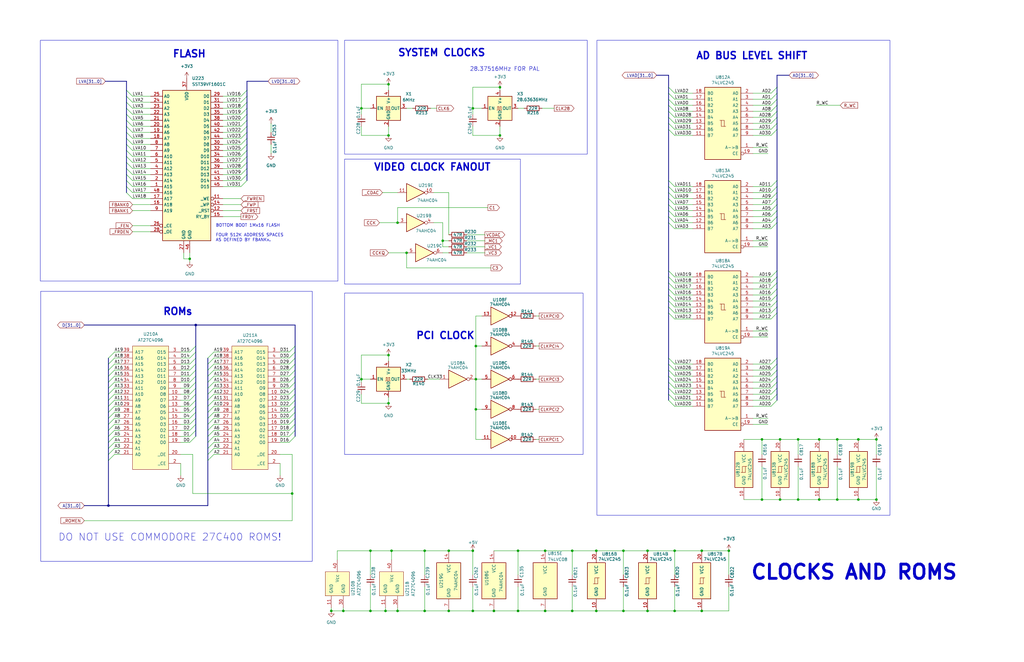
<source format=kicad_sch>
(kicad_sch (version 20231120) (generator "eeschema") (generator_version "8.0")
  (paper "B")
  (title_block (title "AMIGA PCI") (date "2025-07-11") (rev "6.0"))
  (junction (at 345.44 185.42))
  (junction (at 328.93 185.42))
  (junction (at 241.3 257.81))
  (junction (at 262.89 232.41))
  (junction (at 179.07 232.41))
  (junction (at 144.78 257.81))
  (junction (at 241.3 232.41))
  (junction (at 171.45 106.68))
  (junction (at 156.21 257.81))
  (junction (at 123.19 208.28))
  (junction (at 45.72 213.36))
  (junction (at 361.95 185.42))
  (junction (at 218.44 257.81))
  (junction (at 345.44 210.82))
  (junction (at 163.83 170.18))
  (junction (at 189.23 232.41))
  (junction (at 152.4 45.72))
  (junction (at 208.28 257.81))
  (junction (at 295.91 232.41))
  (junction (at 321.31 210.82))
  (junction (at 80.01 109.22))
  (junction (at 262.89 257.81))
  (junction (at 251.46 257.81))
  (junction (at 336.55 210.82))
  (junction (at 200.66 160.02))
  (junction (at 273.05 257.81))
  (junction (at 229.87 257.81))
  (junction (at 210.82 57.15))
  (junction (at 295.91 257.81))
  (junction (at 251.46 232.41))
  (junction (at 152.4 160.02))
  (junction (at 163.83 149.86))
  (junction (at 199.39 45.72))
  (junction (at 369.57 185.42))
  (junction (at 199.39 257.81))
  (junction (at 139.7 257.81))
  (junction (at 163.83 57.15))
  (junction (at 307.34 232.41))
  (junction (at 336.55 185.42))
  (junction (at 200.66 146.05))
  (junction (at 162.56 257.81))
  (junction (at 167.64 93.98))
  (junction (at 179.07 257.81))
  (junction (at 284.48 257.81))
  (junction (at 156.21 232.41))
  (junction (at 369.57 210.82))
  (junction (at 229.87 232.41))
  (junction (at 328.93 210.82))
  (junction (at 353.06 185.42))
  (junction (at 82.55 137.16))
  (junction (at 218.44 232.41))
  (junction (at 353.06 210.82))
  (junction (at 210.82 36.83))
  (junction (at 165.1 232.41))
  (junction (at 200.66 172.72))
  (junction (at 167.64 257.81))
  (junction (at 199.39 232.41))
  (junction (at 186.69 101.6))
  (junction (at 273.05 232.41))
  (junction (at 321.31 185.42))
  (junction (at 163.83 35.56))
  (junction (at 284.48 232.41))
  (junction (at 361.95 210.82))
  (junction (at 189.23 257.81))
  (bus_entry (at 325.12 41.91) (size 2.54 -2.54))
  (bus_entry (at 80.01 166.37) (size 2.54 -2.54))
  (bus_entry (at 90.17 186.69) (size -2.54 2.54))
  (bus_entry (at 284.48 156.21) (size -2.54 -2.54))
  (bus_entry (at 121.92 181.61) (size 2.54 -2.54))
  (bus_entry (at 55.88 60.96) (size -2.54 -2.54))
  (bus_entry (at 90.17 166.37) (size -2.54 2.54))
  (bus_entry (at 284.48 163.83) (size -2.54 -2.54))
  (bus_entry (at 80.01 168.91) (size 2.54 -2.54))
  (bus_entry (at 80.01 176.53) (size 2.54 -2.54))
  (bus_entry (at 101.6 53.34) (size 2.54 -2.54))
  (bus_entry (at 48.26 179.07) (size -2.54 2.54))
  (bus_entry (at 325.12 91.44) (size 2.54 -2.54))
  (bus_entry (at 101.6 63.5) (size 2.54 -2.54))
  (bus_entry (at 90.17 179.07) (size -2.54 2.54))
  (bus_entry (at 284.48 132.08) (size -2.54 -2.54))
  (bus_entry (at 55.88 53.34) (size -2.54 -2.54))
  (bus_entry (at 55.88 40.64) (size -2.54 -2.54))
  (bus_entry (at 48.26 176.53) (size -2.54 2.54))
  (bus_entry (at 325.12 88.9) (size 2.54 -2.54))
  (bus_entry (at 101.6 55.88) (size 2.54 -2.54))
  (bus_entry (at 325.12 39.37) (size 2.54 -2.54))
  (bus_entry (at 48.26 186.69) (size -2.54 2.54))
  (bus_entry (at 325.12 49.53) (size 2.54 -2.54))
  (bus_entry (at 325.12 96.52) (size 2.54 -2.54))
  (bus_entry (at 80.01 153.67) (size 2.54 -2.54))
  (bus_entry (at 325.12 161.29) (size 2.54 -2.54))
  (bus_entry (at 90.17 168.91) (size -2.54 2.54))
  (bus_entry (at 121.92 176.53) (size 2.54 -2.54))
  (bus_entry (at 284.48 81.28) (size -2.54 -2.54))
  (bus_entry (at 55.88 55.88) (size -2.54 -2.54))
  (bus_entry (at 55.88 50.8) (size -2.54 -2.54))
  (bus_entry (at 48.26 156.21) (size -2.54 2.54))
  (bus_entry (at 90.17 158.75) (size -2.54 2.54))
  (bus_entry (at 325.12 153.67) (size 2.54 -2.54))
  (bus_entry (at 325.12 156.21) (size 2.54 -2.54))
  (bus_entry (at 101.6 48.26) (size 2.54 -2.54))
  (bus_entry (at 284.48 158.75) (size -2.54 -2.54))
  (bus_entry (at 80.01 158.75) (size 2.54 -2.54))
  (bus_entry (at 90.17 161.29) (size -2.54 2.54))
  (bus_entry (at 90.17 184.15) (size -2.54 2.54))
  (bus_entry (at 90.17 173.99) (size -2.54 2.54))
  (bus_entry (at 121.92 179.07) (size 2.54 -2.54))
  (bus_entry (at 284.48 49.53) (size -2.54 -2.54))
  (bus_entry (at 48.26 163.83) (size -2.54 2.54))
  (bus_entry (at 80.01 156.21) (size 2.54 -2.54))
  (bus_entry (at 48.26 166.37) (size -2.54 2.54))
  (bus_entry (at 284.48 88.9) (size -2.54 -2.54))
  (bus_entry (at 121.92 151.13) (size 2.54 -2.54))
  (bus_entry (at 48.26 184.15) (size -2.54 2.54))
  (bus_entry (at 284.48 46.99) (size -2.54 -2.54))
  (bus_entry (at 80.01 179.07) (size 2.54 -2.54))
  (bus_entry (at 48.26 148.59) (size -2.54 2.54))
  (bus_entry (at 325.12 158.75) (size 2.54 -2.54))
  (bus_entry (at 284.48 166.37) (size -2.54 -2.54))
  (bus_entry (at 90.17 191.77) (size -2.54 2.54))
  (bus_entry (at 284.48 93.98) (size -2.54 -2.54))
  (bus_entry (at 101.6 78.74) (size 2.54 -2.54))
  (bus_entry (at 325.12 116.84) (size 2.54 -2.54))
  (bus_entry (at 48.26 153.67) (size -2.54 2.54))
  (bus_entry (at 90.17 151.13) (size -2.54 2.54))
  (bus_entry (at 55.88 81.28) (size -2.54 -2.54))
  (bus_entry (at 101.6 76.2) (size 2.54 -2.54))
  (bus_entry (at 80.01 151.13) (size 2.54 -2.54))
  (bus_entry (at 80.01 184.15) (size 2.54 -2.54))
  (bus_entry (at 284.48 119.38) (size -2.54 -2.54))
  (bus_entry (at 48.26 191.77) (size -2.54 2.54))
  (bus_entry (at 121.92 184.15) (size 2.54 -2.54))
  (bus_entry (at 55.88 66.04) (size -2.54 -2.54))
  (bus_entry (at 55.88 83.82) (size -2.54 -2.54))
  (bus_entry (at 325.12 81.28) (size 2.54 -2.54))
  (bus_entry (at 101.6 60.96) (size 2.54 -2.54))
  (bus_entry (at 325.12 44.45) (size 2.54 -2.54))
  (bus_entry (at 48.26 168.91) (size -2.54 2.54))
  (bus_entry (at 121.92 158.75) (size 2.54 -2.54))
  (bus_entry (at 284.48 171.45) (size -2.54 -2.54))
  (bus_entry (at 48.26 181.61) (size -2.54 2.54))
  (bus_entry (at 55.88 58.42) (size -2.54 -2.54))
  (bus_entry (at 121.92 161.29) (size 2.54 -2.54))
  (bus_entry (at 325.12 121.92) (size 2.54 -2.54))
  (bus_entry (at 90.17 163.83) (size -2.54 2.54))
  (bus_entry (at 284.48 83.82) (size -2.54 -2.54))
  (bus_entry (at 325.12 124.46) (size 2.54 -2.54))
  (bus_entry (at 284.48 41.91) (size -2.54 -2.54))
  (bus_entry (at 325.12 83.82) (size 2.54 -2.54))
  (bus_entry (at 284.48 44.45) (size -2.54 -2.54))
  (bus_entry (at 284.48 153.67) (size -2.54 -2.54))
  (bus_entry (at 325.12 127) (size 2.54 -2.54))
  (bus_entry (at 284.48 39.37) (size -2.54 -2.54))
  (bus_entry (at 284.48 86.36) (size -2.54 -2.54))
  (bus_entry (at 90.17 189.23) (size -2.54 2.54))
  (bus_entry (at 325.12 86.36) (size 2.54 -2.54))
  (bus_entry (at 80.01 148.59) (size 2.54 -2.54))
  (bus_entry (at 325.12 134.62) (size 2.54 -2.54))
  (bus_entry (at 325.12 78.74) (size 2.54 -2.54))
  (bus_entry (at 55.88 76.2) (size -2.54 -2.54))
  (bus_entry (at 101.6 40.64) (size 2.54 -2.54))
  (bus_entry (at 284.48 127) (size -2.54 -2.54))
  (bus_entry (at 80.01 163.83) (size 2.54 -2.54))
  (bus_entry (at 284.48 91.44) (size -2.54 -2.54))
  (bus_entry (at 55.88 73.66) (size -2.54 -2.54))
  (bus_entry (at 55.88 71.12) (size -2.54 -2.54))
  (bus_entry (at 101.6 58.42) (size 2.54 -2.54))
  (bus_entry (at 284.48 121.92) (size -2.54 -2.54))
  (bus_entry (at 325.12 57.15) (size 2.54 -2.54))
  (bus_entry (at 121.92 186.69) (size 2.54 -2.54))
  (bus_entry (at 284.48 52.07) (size -2.54 -2.54))
  (bus_entry (at 284.48 168.91) (size -2.54 -2.54))
  (bus_entry (at 325.12 52.07) (size 2.54 -2.54))
  (bus_entry (at 90.17 153.67) (size -2.54 2.54))
  (bus_entry (at 325.12 132.08) (size 2.54 -2.54))
  (bus_entry (at 121.92 168.91) (size 2.54 -2.54))
  (bus_entry (at 325.12 93.98) (size 2.54 -2.54))
  (bus_entry (at 55.88 48.26) (size -2.54 -2.54))
  (bus_entry (at 325.12 168.91) (size 2.54 -2.54))
  (bus_entry (at 121.92 156.21) (size 2.54 -2.54))
  (bus_entry (at 325.12 129.54) (size 2.54 -2.54))
  (bus_entry (at 90.17 148.59) (size -2.54 2.54))
  (bus_entry (at 325.12 171.45) (size 2.54 -2.54))
  (bus_entry (at 55.88 45.72) (size -2.54 -2.54))
  (bus_entry (at 284.48 57.15) (size -2.54 -2.54))
  (bus_entry (at 101.6 66.04) (size 2.54 -2.54))
  (bus_entry (at 284.48 96.52) (size -2.54 -2.54))
  (bus_entry (at 48.26 161.29) (size -2.54 2.54))
  (bus_entry (at 55.88 63.5) (size -2.54 -2.54))
  (bus_entry (at 325.12 54.61) (size 2.54 -2.54))
  (bus_entry (at 48.26 173.99) (size -2.54 2.54))
  (bus_entry (at 101.6 71.12) (size 2.54 -2.54))
  (bus_entry (at 284.48 134.62) (size -2.54 -2.54))
  (bus_entry (at 101.6 43.18) (size 2.54 -2.54))
  (bus_entry (at 80.01 161.29) (size 2.54 -2.54))
  (bus_entry (at 55.88 78.74) (size -2.54 -2.54))
  (bus_entry (at 48.26 151.13) (size -2.54 2.54))
  (bus_entry (at 90.17 176.53) (size -2.54 2.54))
  (bus_entry (at 325.12 46.99) (size 2.54 -2.54))
  (bus_entry (at 284.48 161.29) (size -2.54 -2.54))
  (bus_entry (at 48.26 158.75) (size -2.54 2.54))
  (bus_entry (at 284.48 54.61) (size -2.54 -2.54))
  (bus_entry (at 325.12 119.38) (size 2.54 -2.54))
  (bus_entry (at 101.6 68.58) (size 2.54 -2.54))
  (bus_entry (at 121.92 166.37) (size 2.54 -2.54))
  (bus_entry (at 48.26 189.23) (size -2.54 2.54))
  (bus_entry (at 101.6 73.66) (size 2.54 -2.54))
  (bus_entry (at 55.88 43.18) (size -2.54 -2.54))
  (bus_entry (at 121.92 171.45) (size 2.54 -2.54))
  (bus_entry (at 284.48 78.74) (size -2.54 -2.54))
  (bus_entry (at 121.92 163.83) (size 2.54 -2.54))
  (bus_entry (at 90.17 156.21) (size -2.54 2.54))
  (bus_entry (at 90.17 181.61) (size -2.54 2.54))
  (bus_entry (at 121.92 153.67) (size 2.54 -2.54))
  (bus_entry (at 80.01 171.45) (size 2.54 -2.54))
  (bus_entry (at 284.48 129.54) (size -2.54 -2.54))
  (bus_entry (at 325.12 166.37) (size 2.54 -2.54))
  (bus_entry (at 55.88 68.58) (size -2.54 -2.54))
  (bus_entry (at 90.17 171.45) (size -2.54 2.54))
  (bus_entry (at 101.6 45.72) (size 2.54 -2.54))
  (bus_entry (at 325.12 163.83) (size 2.54 -2.54))
  (bus_entry (at 121.92 173.99) (size 2.54 -2.54))
  (bus_entry (at 284.48 124.46) (size -2.54 -2.54))
  (bus_entry (at 48.26 171.45) (size -2.54 2.54))
  (bus_entry (at 101.6 50.8) (size 2.54 -2.54))
  (bus_entry (at 80.01 173.99) (size 2.54 -2.54))
  (bus_entry (at 121.92 148.59) (size 2.54 -2.54))
  (bus_entry (at 80.01 186.69) (size 2.54 -2.54))
  (bus_entry (at 284.48 116.84) (size -2.54 -2.54))
  (bus_entry (at 80.01 181.61) (size 2.54 -2.54))
  (bus (pts (xy 104.14 38.1) (xy 104.14 34.29)))
  (bus (pts (xy 45.72 163.83) (xy 45.72 166.37)))
  (bus (pts (xy 82.55 137.16) (xy 124.46 137.16)))
  (wire (pts (xy 199.39 242.57) (xy 199.39 232.41)))
  (bus (pts (xy 53.34 40.64) (xy 53.34 38.1)))
  (wire (pts (xy 284.48 257.81) (xy 295.91 257.81)))
  (wire (pts (xy 284.48 86.36) (xy 292.1 86.36)))
  (wire (pts (xy 284.48 41.91) (xy 292.1 41.91)))
  (bus (pts (xy 281.94 166.37) (xy 281.94 163.83)))
  (wire (pts (xy 63.5 81.28) (xy 55.88 81.28)))
  (wire (pts (xy 317.5 104.14) (xy 323.85 104.14)))
  (wire (pts (xy 317.5 179.07) (xy 323.85 179.07)))
  (wire (pts (xy 167.64 256.54) (xy 167.64 257.81)))
  (wire (pts (xy 284.48 57.15) (xy 292.1 57.15)))
  (wire (pts (xy 199.39 257.81) (xy 208.28 257.81)))
  (wire (pts (xy 189.23 101.6) (xy 186.69 101.6)))
  (wire (pts (xy 226.06 133.35) (xy 227.33 133.35)))
  (wire (pts (xy 93.98 43.18) (xy 101.6 43.18)))
  (wire (pts (xy 167.64 87.63) (xy 205.74 87.63)))
  (bus (pts (xy 45.72 156.21) (xy 45.72 158.75)))
  (bus (pts (xy 87.63 168.91) (xy 87.63 171.45)))
  (bus (pts (xy 35.56 213.36) (xy 45.72 213.36)))
  (wire (pts (xy 93.98 45.72) (xy 101.6 45.72)))
  (wire (pts (xy 63.5 86.36) (xy 55.88 86.36)))
  (wire (pts (xy 114.3 52.07) (xy 114.3 55.88)))
  (wire (pts (xy 284.48 257.81) (xy 284.48 247.65)))
  (wire (pts (xy 325.12 39.37) (xy 317.5 39.37)))
  (wire (pts (xy 179.07 232.41) (xy 189.23 232.41)))
  (wire (pts (xy 92.71 191.77) (xy 90.17 191.77)))
  (wire (pts (xy 118.11 161.29) (xy 121.92 161.29)))
  (wire (pts (xy 284.48 46.99) (xy 292.1 46.99)))
  (wire (pts (xy 152.4 35.56) (xy 163.83 35.56)))
  (wire (pts (xy 92.71 168.91) (xy 90.17 168.91)))
  (bus (pts (xy 281.94 39.37) (xy 281.94 36.83)))
  (bus (pts (xy 82.55 158.75) (xy 82.55 161.29)))
  (wire (pts (xy 186.69 101.6) (xy 186.69 104.14)))
  (wire (pts (xy 203.2 185.42) (xy 200.66 185.42)))
  (bus (pts (xy 281.94 93.98) (xy 281.94 91.44)))
  (wire (pts (xy 63.5 58.42) (xy 55.88 58.42)))
  (wire (pts (xy 142.24 232.41) (xy 156.21 232.41)))
  (bus (pts (xy 53.34 60.96) (xy 53.34 58.42)))
  (bus (pts (xy 104.14 76.2) (xy 104.14 73.66)))
  (bus (pts (xy 281.94 158.75) (xy 281.94 156.21)))
  (bus (pts (xy 45.72 213.36) (xy 87.63 213.36)))
  (bus (pts (xy 124.46 158.75) (xy 124.46 161.29)))
  (wire (pts (xy 50.8 156.21) (xy 48.26 156.21)))
  (bus (pts (xy 327.66 168.91) (xy 327.66 166.37)))
  (bus (pts (xy 327.66 156.21) (xy 327.66 153.67)))
  (wire (pts (xy 179.07 247.65) (xy 179.07 257.81)))
  (wire (pts (xy 118.11 158.75) (xy 121.92 158.75)))
  (bus (pts (xy 327.66 91.44) (xy 327.66 88.9)))
  (wire (pts (xy 189.23 232.41) (xy 199.39 232.41)))
  (bus (pts (xy 53.34 55.88) (xy 53.34 53.34)))
  (wire (pts (xy 163.83 35.56) (xy 163.83 38.1)))
  (bus (pts (xy 45.72 194.31) (xy 45.72 213.36)))
  (wire (pts (xy 241.3 232.41) (xy 229.87 232.41)))
  (wire (pts (xy 321.31 185.42) (xy 328.93 185.42)))
  (wire (pts (xy 325.12 83.82) (xy 317.5 83.82)))
  (wire (pts (xy 226.06 185.42) (xy 227.33 185.42)))
  (wire (pts (xy 203.2 133.35) (xy 200.66 133.35)))
  (bus (pts (xy 45.72 173.99) (xy 45.72 176.53)))
  (wire (pts (xy 76.2 166.37) (xy 80.01 166.37)))
  (bus (pts (xy 327.66 121.92) (xy 327.66 119.38)))
  (wire (pts (xy 76.2 181.61) (xy 80.01 181.61)))
  (wire (pts (xy 80.01 109.22) (xy 80.01 106.68)))
  (bus (pts (xy 53.34 50.8) (xy 53.34 48.26)))
  (bus (pts (xy 327.66 166.37) (xy 327.66 163.83)))
  (wire (pts (xy 325.12 166.37) (xy 317.5 166.37)))
  (bus (pts (xy 45.72 186.69) (xy 45.72 189.23)))
  (bus (pts (xy 281.94 54.61) (xy 281.94 52.07)))
  (wire (pts (xy 325.12 91.44) (xy 317.5 91.44)))
  (wire (pts (xy 163.83 149.86) (xy 163.83 152.4)))
  (bus (pts (xy 53.34 43.18) (xy 53.34 40.64)))
  (wire (pts (xy 325.12 168.91) (xy 317.5 168.91)))
  (bus (pts (xy 87.63 153.67) (xy 87.63 156.21)))
  (wire (pts (xy 218.44 232.41) (xy 229.87 232.41)))
  (bus (pts (xy 124.46 171.45) (xy 124.46 173.99)))
  (wire (pts (xy 218.44 45.72) (xy 220.98 45.72)))
  (bus (pts (xy 281.94 81.28) (xy 281.94 78.74)))
  (wire (pts (xy 325.12 54.61) (xy 317.5 54.61)))
  (wire (pts (xy 353.06 196.85) (xy 353.06 210.82)))
  (wire (pts (xy 92.71 151.13) (xy 90.17 151.13)))
  (bus (pts (xy 124.46 181.61) (xy 124.46 184.15)))
  (bus (pts (xy 327.66 119.38) (xy 327.66 116.84)))
  (wire (pts (xy 118.11 156.21) (xy 121.92 156.21)))
  (wire (pts (xy 162.56 257.81) (xy 167.64 257.81)))
  (bus (pts (xy 124.46 168.91) (xy 124.46 171.45)))
  (wire (pts (xy 313.69 185.42) (xy 321.31 185.42)))
  (wire (pts (xy 101.6 91.44) (xy 93.98 91.44)))
  (wire (pts (xy 156.21 160.02) (xy 152.4 160.02)))
  (bus (pts (xy 327.66 151.13) (xy 327.66 132.08)))
  (bus (pts (xy 124.46 176.53) (xy 124.46 179.07)))
  (wire (pts (xy 63.5 60.96) (xy 55.88 60.96)))
  (wire (pts (xy 63.5 40.64) (xy 55.88 40.64)))
  (wire (pts (xy 152.4 149.86) (xy 163.83 149.86)))
  (wire (pts (xy 76.2 153.67) (xy 80.01 153.67)))
  (wire (pts (xy 118.11 171.45) (xy 121.92 171.45)))
  (bus (pts (xy 327.66 88.9) (xy 327.66 86.36)))
  (wire (pts (xy 307.34 242.57) (xy 307.34 232.41)))
  (bus (pts (xy 104.14 34.29) (xy 113.03 34.29)))
  (bus (pts (xy 281.94 161.29) (xy 281.94 158.75)))
  (wire (pts (xy 218.44 257.81) (xy 229.87 257.81)))
  (bus (pts (xy 281.94 121.92) (xy 281.94 119.38)))
  (wire (pts (xy 93.98 53.34) (xy 101.6 53.34)))
  (wire (pts (xy 76.2 168.91) (xy 80.01 168.91)))
  (wire (pts (xy 203.2 45.72) (xy 199.39 45.72)))
  (wire (pts (xy 156.21 45.72) (xy 152.4 45.72)))
  (wire (pts (xy 118.11 176.53) (xy 121.92 176.53)))
  (wire (pts (xy 273.05 257.81) (xy 284.48 257.81)))
  (wire (pts (xy 179.07 232.41) (xy 179.07 242.57)))
  (wire (pts (xy 284.48 116.84) (xy 292.1 116.84)))
  (wire (pts (xy 163.83 106.68) (xy 171.45 106.68)))
  (wire (pts (xy 167.64 93.98) (xy 167.64 87.63)))
  (wire (pts (xy 92.71 163.83) (xy 90.17 163.83)))
  (bus (pts (xy 281.94 114.3) (xy 281.94 93.98)))
  (wire (pts (xy 284.48 52.07) (xy 292.1 52.07)))
  (wire (pts (xy 152.4 170.18) (xy 163.83 170.18)))
  (wire (pts (xy 171.45 45.72) (xy 173.99 45.72)))
  (wire (pts (xy 325.12 96.52) (xy 317.5 96.52)))
  (wire (pts (xy 76.2 176.53) (xy 80.01 176.53)))
  (wire (pts (xy 152.4 160.02) (xy 152.4 149.86)))
  (bus (pts (xy 53.34 81.28) (xy 53.34 78.74)))
  (wire (pts (xy 114.3 64.77) (xy 114.3 60.96)))
  (wire (pts (xy 284.48 161.29) (xy 292.1 161.29)))
  (wire (pts (xy 63.5 48.26) (xy 55.88 48.26)))
  (bus (pts (xy 281.94 156.21) (xy 281.94 153.67)))
  (bus (pts (xy 327.66 132.08) (xy 327.66 129.54)))
  (bus (pts (xy 53.34 68.58) (xy 53.34 66.04)))
  (wire (pts (xy 92.71 161.29) (xy 90.17 161.29)))
  (wire (pts (xy 161.29 81.28) (xy 167.64 81.28)))
  (bus (pts (xy 281.94 129.54) (xy 281.94 127)))
  (wire (pts (xy 123.19 208.28) (xy 123.19 191.77)))
  (wire (pts (xy 328.93 185.42) (xy 336.55 185.42)))
  (bus (pts (xy 104.14 43.18) (xy 104.14 40.64)))
  (bus (pts (xy 124.46 166.37) (xy 124.46 168.91)))
  (bus (pts (xy 104.14 55.88) (xy 104.14 53.34)))
  (wire (pts (xy 101.6 88.9) (xy 93.98 88.9)))
  (wire (pts (xy 76.2 163.83) (xy 80.01 163.83)))
  (wire (pts (xy 165.1 232.41) (xy 179.07 232.41)))
  (wire (pts (xy 63.5 83.82) (xy 55.88 83.82)))
  (bus (pts (xy 87.63 163.83) (xy 87.63 166.37)))
  (wire (pts (xy 241.3 232.41) (xy 251.46 232.41)))
  (bus (pts (xy 45.72 153.67) (xy 45.72 156.21)))
  (wire (pts (xy 325.12 121.92) (xy 317.5 121.92)))
  (wire (pts (xy 262.89 257.81) (xy 262.89 247.65)))
  (wire (pts (xy 361.95 185.42) (xy 369.57 185.42)))
  (wire (pts (xy 284.48 166.37) (xy 292.1 166.37)))
  (wire (pts (xy 284.48 96.52) (xy 292.1 96.52)))
  (wire (pts (xy 199.39 45.72) (xy 199.39 36.83)))
  (wire (pts (xy 93.98 48.26) (xy 101.6 48.26)))
  (wire (pts (xy 325.12 134.62) (xy 317.5 134.62)))
  (bus (pts (xy 281.94 44.45) (xy 281.94 41.91)))
  (bus (pts (xy 327.66 116.84) (xy 327.66 114.3)))
  (wire (pts (xy 325.12 127) (xy 317.5 127)))
  (bus (pts (xy 53.34 58.42) (xy 53.34 55.88)))
  (bus (pts (xy 124.46 151.13) (xy 124.46 153.67)))
  (wire (pts (xy 284.48 127) (xy 292.1 127)))
  (wire (pts (xy 336.55 185.42) (xy 336.55 191.77)))
  (wire (pts (xy 345.44 210.82) (xy 353.06 210.82)))
  (wire (pts (xy 50.8 191.77) (xy 48.26 191.77)))
  (bus (pts (xy 87.63 179.07) (xy 87.63 181.61)))
  (wire (pts (xy 152.4 166.37) (xy 152.4 170.18)))
  (wire (pts (xy 284.48 83.82) (xy 292.1 83.82)))
  (wire (pts (xy 321.31 210.82) (xy 321.31 196.85)))
  (wire (pts (xy 196.85 99.06) (xy 204.47 99.06)))
  (wire (pts (xy 284.48 39.37) (xy 292.1 39.37)))
  (wire (pts (xy 226.06 172.72) (xy 227.33 172.72)))
  (wire (pts (xy 92.71 166.37) (xy 90.17 166.37)))
  (bus (pts (xy 281.94 132.08) (xy 281.94 129.54)))
  (bus (pts (xy 281.94 78.74) (xy 281.94 76.2)))
  (wire (pts (xy 76.2 195.58) (xy 76.2 200.66)))
  (wire (pts (xy 284.48 49.53) (xy 292.1 49.53)))
  (wire (pts (xy 284.48 156.21) (xy 292.1 156.21)))
  (wire (pts (xy 218.44 247.65) (xy 218.44 257.81)))
  (wire (pts (xy 55.88 95.25) (xy 63.5 95.25)))
  (wire (pts (xy 321.31 191.77) (xy 321.31 185.42)))
  (bus (pts (xy 35.56 137.16) (xy 82.55 137.16)))
  (wire (pts (xy 76.2 186.69) (xy 80.01 186.69)))
  (wire (pts (xy 118.11 148.59) (xy 121.92 148.59)))
  (wire (pts (xy 284.48 163.83) (xy 292.1 163.83)))
  (wire (pts (xy 118.11 191.77) (xy 123.19 191.77)))
  (wire (pts (xy 284.48 171.45) (xy 292.1 171.45)))
  (wire (pts (xy 156.21 257.81) (xy 162.56 257.81)))
  (wire (pts (xy 76.2 151.13) (xy 80.01 151.13)))
  (wire (pts (xy 353.06 185.42) (xy 353.06 191.77)))
  (wire (pts (xy 199.39 247.65) (xy 199.39 257.81)))
  (wire (pts (xy 284.48 91.44) (xy 292.1 91.44)))
  (wire (pts (xy 325.12 49.53) (xy 317.5 49.53)))
  (wire (pts (xy 63.5 53.34) (xy 55.88 53.34)))
  (bus (pts (xy 327.66 54.61) (xy 327.66 52.07)))
  (wire (pts (xy 196.85 101.6) (xy 204.47 101.6)))
  (wire (pts (xy 262.89 242.57) (xy 262.89 232.41)))
  (bus (pts (xy 104.14 73.66) (xy 104.14 71.12)))
  (bus (pts (xy 281.94 36.83) (xy 281.94 31.75)))
  (wire (pts (xy 118.11 181.61) (xy 121.92 181.61)))
  (bus (pts (xy 276.86 31.75) (xy 281.94 31.75)))
  (wire (pts (xy 328.93 210.82) (xy 336.55 210.82)))
  (wire (pts (xy 152.4 45.72) (xy 152.4 35.56)))
  (bus (pts (xy 281.94 116.84) (xy 281.94 114.3)))
  (wire (pts (xy 76.2 148.59) (xy 80.01 148.59)))
  (bus (pts (xy 327.66 124.46) (xy 327.66 121.92)))
  (wire (pts (xy 262.89 232.41) (xy 251.46 232.41)))
  (bus (pts (xy 82.55 166.37) (xy 82.55 168.91)))
  (wire (pts (xy 92.71 179.07) (xy 90.17 179.07)))
  (wire (pts (xy 200.66 185.42) (xy 200.66 172.72)))
  (bus (pts (xy 281.94 49.53) (xy 281.94 46.99)))
  (wire (pts (xy 76.2 184.15) (xy 80.01 184.15)))
  (bus (pts (xy 327.66 39.37) (xy 327.66 36.83)))
  (wire (pts (xy 200.66 172.72) (xy 200.66 160.02)))
  (wire (pts (xy 92.71 171.45) (xy 90.17 171.45)))
  (wire (pts (xy 325.12 81.28) (xy 317.5 81.28)))
  (bus (pts (xy 104.14 71.12) (xy 104.14 68.58)))
  (wire (pts (xy 118.11 153.67) (xy 121.92 153.67)))
  (wire (pts (xy 284.48 44.45) (xy 292.1 44.45)))
  (wire (pts (xy 284.48 124.46) (xy 292.1 124.46)))
  (wire (pts (xy 92.71 156.21) (xy 90.17 156.21)))
  (wire (pts (xy 182.88 81.28) (xy 189.23 81.28)))
  (wire (pts (xy 50.8 171.45) (xy 48.26 171.45)))
  (wire (pts (xy 180.34 160.02) (xy 185.42 160.02)))
  (wire (pts (xy 325.12 124.46) (xy 317.5 124.46)))
  (bus (pts (xy 82.55 153.67) (xy 82.55 156.21)))
  (wire (pts (xy 50.8 163.83) (xy 48.26 163.83)))
  (bus (pts (xy 281.94 76.2) (xy 281.94 54.61)))
  (bus (pts (xy 45.72 181.61) (xy 45.72 184.15)))
  (wire (pts (xy 63.5 66.04) (xy 55.88 66.04)))
  (wire (pts (xy 325.12 46.99) (xy 317.5 46.99)))
  (wire (pts (xy 325.12 119.38) (xy 317.5 119.38)))
  (bus (pts (xy 124.46 156.21) (xy 124.46 158.75)))
  (wire (pts (xy 152.4 57.15) (xy 163.83 57.15)))
  (bus (pts (xy 45.72 158.75) (xy 45.72 161.29)))
  (wire (pts (xy 325.12 163.83) (xy 317.5 163.83)))
  (wire (pts (xy 139.7 257.81) (xy 144.78 257.81)))
  (wire (pts (xy 186.69 101.6) (xy 186.69 93.98)))
  (bus (pts (xy 45.72 151.13) (xy 45.72 153.67)))
  (bus (pts (xy 327.66 163.83) (xy 327.66 161.29)))
  (bus (pts (xy 327.66 52.07) (xy 327.66 49.53)))
  (wire (pts (xy 325.12 153.67) (xy 317.5 153.67)))
  (bus (pts (xy 327.66 41.91) (xy 327.66 39.37)))
  (wire (pts (xy 76.2 161.29) (xy 80.01 161.29)))
  (wire (pts (xy 165.1 232.41) (xy 165.1 236.22)))
  (wire (pts (xy 210.82 36.83) (xy 210.82 38.1)))
  (wire (pts (xy 196.85 104.14) (xy 204.47 104.14)))
  (wire (pts (xy 325.12 171.45) (xy 317.5 171.45)))
  (wire (pts (xy 93.98 50.8) (xy 101.6 50.8)))
  (wire (pts (xy 101.6 83.82) (xy 93.98 83.82)))
  (wire (pts (xy 50.8 161.29) (xy 48.26 161.29)))
  (bus (pts (xy 87.63 156.21) (xy 87.63 158.75)))
  (wire (pts (xy 63.5 50.8) (xy 55.88 50.8)))
  (wire (pts (xy 241.3 257.81) (xy 251.46 257.81)))
  (wire (pts (xy 63.5 68.58) (xy 55.88 68.58)))
  (wire (pts (xy 284.48 78.74) (xy 292.1 78.74)))
  (wire (pts (xy 76.2 171.45) (xy 80.01 171.45)))
  (bus (pts (xy 82.55 151.13) (xy 82.55 153.67)))
  (wire (pts (xy 92.71 158.75) (xy 90.17 158.75)))
  (wire (pts (xy 284.48 158.75) (xy 292.1 158.75)))
  (wire (pts (xy 93.98 66.04) (xy 101.6 66.04)))
  (wire (pts (xy 50.8 189.23) (xy 48.26 189.23)))
  (wire (pts (xy 199.39 45.72) (xy 199.39 48.26)))
  (wire (pts (xy 284.48 232.41) (xy 273.05 232.41)))
  (wire (pts (xy 336.55 210.82) (xy 345.44 210.82)))
  (bus (pts (xy 87.63 194.31) (xy 87.63 213.36)))
  (wire (pts (xy 284.48 93.98) (xy 292.1 93.98)))
  (wire (pts (xy 93.98 73.66) (xy 101.6 73.66)))
  (bus (pts (xy 53.34 76.2) (xy 53.34 73.66)))
  (bus (pts (xy 281.94 86.36) (xy 281.94 83.82)))
  (bus (pts (xy 104.14 45.72) (xy 104.14 43.18)))
  (bus (pts (xy 124.46 173.99) (xy 124.46 176.53)))
  (wire (pts (xy 92.71 189.23) (xy 90.17 189.23)))
  (bus (pts (xy 87.63 171.45) (xy 87.63 173.99)))
  (wire (pts (xy 50.8 173.99) (xy 48.26 173.99)))
  (wire (pts (xy 76.2 158.75) (xy 80.01 158.75)))
  (wire (pts (xy 199.39 36.83) (xy 210.82 36.83)))
  (wire (pts (xy 251.46 257.81) (xy 262.89 257.81)))
  (wire (pts (xy 118.11 179.07) (xy 121.92 179.07)))
  (wire (pts (xy 317.5 62.23) (xy 323.85 62.23)))
  (wire (pts (xy 325.12 158.75) (xy 317.5 158.75)))
  (wire (pts (xy 199.39 53.34) (xy 199.39 57.15)))
  (wire (pts (xy 118.11 186.69) (xy 121.92 186.69)))
  (bus (pts (xy 45.72 161.29) (xy 45.72 163.83)))
  (wire (pts (xy 93.98 58.42) (xy 101.6 58.42)))
  (wire (pts (xy 336.55 185.42) (xy 345.44 185.42)))
  (wire (pts (xy 317.5 101.6) (xy 323.85 101.6)))
  (bus (pts (xy 281.94 83.82) (xy 281.94 81.28)))
  (bus (pts (xy 45.72 168.91) (xy 45.72 171.45)))
  (wire (pts (xy 179.07 257.81) (xy 189.23 257.81)))
  (bus (pts (xy 53.34 48.26) (xy 53.34 45.72)))
  (bus (pts (xy 45.72 171.45) (xy 45.72 173.99)))
  (bus (pts (xy 82.55 176.53) (xy 82.55 179.07)))
  (bus (pts (xy 82.55 156.21) (xy 82.55 158.75)))
  (wire (pts (xy 241.3 257.81) (xy 241.3 247.65)))
  (wire (pts (xy 325.12 132.08) (xy 317.5 132.08)))
  (wire (pts (xy 92.71 153.67) (xy 90.17 153.67)))
  (bus (pts (xy 45.72 189.23) (xy 45.72 191.77)))
  (bus (pts (xy 45.72 184.15) (xy 45.72 186.69)))
  (wire (pts (xy 93.98 71.12) (xy 101.6 71.12)))
  (bus (pts (xy 45.72 191.77) (xy 45.72 194.31)))
  (bus (pts (xy 82.55 161.29) (xy 82.55 163.83)))
  (wire (pts (xy 325.12 57.15) (xy 317.5 57.15)))
  (wire (pts (xy 92.71 186.69) (xy 90.17 186.69)))
  (wire (pts (xy 93.98 78.74) (xy 101.6 78.74)))
  (wire (pts (xy 93.98 40.64) (xy 101.6 40.64)))
  (bus (pts (xy 327.66 78.74) (xy 327.66 76.2)))
  (wire (pts (xy 50.8 158.75) (xy 48.26 158.75)))
  (bus (pts (xy 53.34 53.34) (xy 53.34 50.8)))
  (bus (pts (xy 327.66 83.82) (xy 327.66 81.28)))
  (wire (pts (xy 317.5 176.53) (xy 323.85 176.53)))
  (wire (pts (xy 80.01 110.49) (xy 80.01 109.22)))
  (wire (pts (xy 171.45 160.02) (xy 172.72 160.02)))
  (bus (pts (xy 82.55 137.16) (xy 82.55 146.05)))
  (wire (pts (xy 369.57 191.77) (xy 369.57 185.42)))
  (bus (pts (xy 45.72 176.53) (xy 45.72 179.07)))
  (bus (pts (xy 327.66 127) (xy 327.66 124.46)))
  (wire (pts (xy 63.5 63.5) (xy 55.88 63.5)))
  (bus (pts (xy 87.63 166.37) (xy 87.63 168.91)))
  (bus (pts (xy 53.34 45.72) (xy 53.34 43.18)))
  (bus (pts (xy 281.94 168.91) (xy 281.94 166.37)))
  (bus (pts (xy 327.66 81.28) (xy 327.66 78.74)))
  (bus (pts (xy 104.14 53.34) (xy 104.14 50.8)))
  (bus (pts (xy 53.34 78.74) (xy 53.34 76.2)))
  (bus (pts (xy 82.55 146.05) (xy 82.55 148.59)))
  (bus (pts (xy 281.94 127) (xy 281.94 124.46)))
  (wire (pts (xy 284.48 134.62) (xy 292.1 134.62)))
  (wire (pts (xy 325.12 93.98) (xy 317.5 93.98)))
  (wire (pts (xy 353.06 210.82) (xy 361.95 210.82)))
  (wire (pts (xy 218.44 232.41) (xy 218.44 242.57)))
  (wire (pts (xy 118.11 166.37) (xy 121.92 166.37)))
  (bus (pts (xy 44.45 34.29) (xy 53.34 34.29)))
  (bus (pts (xy 104.14 40.64) (xy 104.14 38.1)))
  (wire (pts (xy 196.85 106.68) (xy 204.47 106.68)))
  (wire (pts (xy 171.45 113.03) (xy 171.45 106.68)))
  (bus (pts (xy 124.46 153.67) (xy 124.46 156.21)))
  (bus (pts (xy 281.94 41.91) (xy 281.94 39.37)))
  (wire (pts (xy 284.48 132.08) (xy 292.1 132.08)))
  (wire (pts (xy 101.6 86.36) (xy 93.98 86.36)))
  (wire (pts (xy 317.5 139.7) (xy 323.85 139.7)))
  (wire (pts (xy 63.5 78.74) (xy 55.88 78.74)))
  (bus (pts (xy 327.66 36.83) (xy 327.66 31.75)))
  (bus (pts (xy 104.14 63.5) (xy 104.14 60.96)))
  (bus (pts (xy 104.14 50.8) (xy 104.14 48.26)))
  (bus (pts (xy 82.55 163.83) (xy 82.55 166.37)))
  (bus (pts (xy 87.63 161.29) (xy 87.63 163.83)))
  (wire (pts (xy 55.88 88.9) (xy 63.5 88.9)))
  (wire (pts (xy 81.28 208.28) (xy 123.19 208.28)))
  (bus (pts (xy 327.66 44.45) (xy 327.66 41.91)))
  (bus (pts (xy 327.66 153.67) (xy 327.66 151.13)))
  (bus (pts (xy 53.34 66.04) (xy 53.34 63.5)))
  (wire (pts (xy 208.28 257.81) (xy 218.44 257.81)))
  (wire (pts (xy 93.98 68.58) (xy 101.6 68.58)))
  (wire (pts (xy 76.2 156.21) (xy 80.01 156.21)))
  (wire (pts (xy 262.89 257.81) (xy 273.05 257.81)))
  (wire (pts (xy 93.98 60.96) (xy 101.6 60.96)))
  (bus (pts (xy 124.46 146.05) (xy 124.46 137.16)))
  (bus (pts (xy 327.66 93.98) (xy 327.66 91.44)))
  (bus (pts (xy 327.66 49.53) (xy 327.66 46.99)))
  (wire (pts (xy 118.11 168.91) (xy 121.92 168.91)))
  (wire (pts (xy 182.88 93.98) (xy 186.69 93.98)))
  (wire (pts (xy 63.5 71.12) (xy 55.88 71.12)))
  (bus (pts (xy 87.63 173.99) (xy 87.63 176.53)))
  (wire (pts (xy 200.66 146.05) (xy 200.66 160.02)))
  (wire (pts (xy 228.6 45.72) (xy 233.68 45.72)))
  (wire (pts (xy 123.19 219.71) (xy 35.56 219.71)))
  (wire (pts (xy 77.47 109.22) (xy 80.01 109.22)))
  (bus (pts (xy 281.94 52.07) (xy 281.94 49.53)))
  (wire (pts (xy 156.21 232.41) (xy 156.21 242.57)))
  (bus (pts (xy 281.94 91.44) (xy 281.94 88.9)))
  (wire (pts (xy 50.8 166.37) (xy 48.26 166.37)))
  (wire (pts (xy 307.34 257.81) (xy 307.34 247.65)))
  (wire (pts (xy 92.71 184.15) (xy 90.17 184.15)))
  (bus (pts (xy 124.46 148.59) (xy 124.46 151.13)))
  (wire (pts (xy 92.71 176.53) (xy 90.17 176.53)))
  (wire (pts (xy 210.82 53.34) (xy 210.82 57.15)))
  (wire (pts (xy 229.87 257.81) (xy 241.3 257.81)))
  (bus (pts (xy 327.66 158.75) (xy 327.66 156.21)))
  (wire (pts (xy 262.89 232.41) (xy 273.05 232.41)))
  (wire (pts (xy 200.66 160.02) (xy 203.2 160.02)))
  (bus (pts (xy 327.66 129.54) (xy 327.66 127)))
  (wire (pts (xy 167.64 257.81) (xy 179.07 257.81)))
  (wire (pts (xy 63.5 73.66) (xy 55.88 73.66)))
  (wire (pts (xy 92.71 148.59) (xy 90.17 148.59)))
  (wire (pts (xy 317.5 142.24) (xy 323.85 142.24)))
  (bus (pts (xy 327.66 76.2) (xy 327.66 54.61)))
  (wire (pts (xy 208.28 232.41) (xy 218.44 232.41)))
  (wire (pts (xy 160.02 93.98) (xy 167.64 93.98)))
  (wire (pts (xy 142.24 232.41) (xy 142.24 236.22)))
  (bus (pts (xy 281.94 124.46) (xy 281.94 121.92)))
  (wire (pts (xy 284.48 88.9) (xy 292.1 88.9)))
  (wire (pts (xy 93.98 76.2) (xy 101.6 76.2)))
  (wire (pts (xy 162.56 256.54) (xy 162.56 257.81)))
  (wire (pts (xy 284.48 129.54) (xy 292.1 129.54)))
  (bus (pts (xy 87.63 176.53) (xy 87.63 179.07)))
  (bus (pts (xy 87.63 189.23) (xy 87.63 191.77)))
  (wire (pts (xy 345.44 185.42) (xy 353.06 185.42)))
  (wire (pts (xy 200.66 133.35) (xy 200.66 146.05)))
  (bus (pts (xy 87.63 191.77) (xy 87.63 194.31)))
  (wire (pts (xy 123.19 219.71) (xy 123.19 208.28)))
  (bus (pts (xy 281.94 151.13) (xy 281.94 132.08)))
  (wire (pts (xy 92.71 173.99) (xy 90.17 173.99)))
  (wire (pts (xy 353.06 185.42) (xy 361.95 185.42)))
  (wire (pts (xy 152.4 45.72) (xy 152.4 48.26)))
  (bus (pts (xy 104.14 68.58) (xy 104.14 66.04)))
  (bus (pts (xy 45.72 166.37) (xy 45.72 168.91)))
  (bus (pts (xy 327.66 114.3) (xy 327.66 93.98)))
  (bus (pts (xy 281.94 46.99) (xy 281.94 44.45)))
  (bus (pts (xy 327.66 86.36) (xy 327.66 83.82)))
  (bus (pts (xy 124.46 161.29) (xy 124.46 163.83)))
  (wire (pts (xy 325.12 156.21) (xy 317.5 156.21)))
  (bus (pts (xy 82.55 173.99) (xy 82.55 176.53)))
  (bus (pts (xy 53.34 71.12) (xy 53.34 68.58)))
  (wire (pts (xy 76.2 179.07) (xy 80.01 179.07)))
  (wire (pts (xy 369.57 196.85) (xy 369.57 210.82)))
  (wire (pts (xy 361.95 210.82) (xy 369.57 210.82)))
  (wire (pts (xy 307.34 232.41) (xy 295.91 232.41)))
  (bus (pts (xy 53.34 73.66) (xy 53.34 71.12)))
  (wire (pts (xy 50.8 179.07) (xy 48.26 179.07)))
  (bus (pts (xy 87.63 186.69) (xy 87.63 189.23)))
  (wire (pts (xy 93.98 63.5) (xy 101.6 63.5)))
  (wire (pts (xy 189.23 81.28) (xy 189.23 99.06)))
  (wire (pts (xy 152.4 160.02) (xy 152.4 161.29)))
  (bus (pts (xy 124.46 179.07) (xy 124.46 181.61)))
  (wire (pts (xy 139.7 256.54) (xy 139.7 257.81)))
  (wire (pts (xy 50.8 186.69) (xy 48.26 186.69)))
  (wire (pts (xy 93.98 55.88) (xy 101.6 55.88)))
  (wire (pts (xy 284.48 54.61) (xy 292.1 54.61)))
  (wire (pts (xy 325.12 88.9) (xy 317.5 88.9)))
  (wire (pts (xy 181.61 45.72) (xy 184.15 45.72)))
  (wire (pts (xy 284.48 153.67) (xy 292.1 153.67)))
  (bus (pts (xy 104.14 58.42) (xy 104.14 55.88)))
  (wire (pts (xy 325.12 86.36) (xy 317.5 86.36)))
  (wire (pts (xy 118.11 163.83) (xy 121.92 163.83)))
  (wire (pts (xy 186.69 104.14) (xy 189.23 104.14)))
  (bus (pts (xy 82.55 148.59) (xy 82.55 151.13)))
  (wire (pts (xy 325.12 52.07) (xy 317.5 52.07)))
  (bus (pts (xy 87.63 158.75) (xy 87.63 161.29)))
  (bus (pts (xy 53.34 63.5) (xy 53.34 60.96)))
  (bus (pts (xy 327.66 46.99) (xy 327.66 44.45)))
  (bus (pts (xy 82.55 181.61) (xy 82.55 184.15)))
  (wire (pts (xy 226.06 160.02) (xy 227.33 160.02)))
  (wire (pts (xy 77.47 106.68) (xy 77.47 109.22)))
  (wire (pts (xy 63.5 76.2) (xy 55.88 76.2)))
  (wire (pts (xy 118.11 184.15) (xy 121.92 184.15)))
  (bus (pts (xy 87.63 151.13) (xy 87.63 153.67)))
  (wire (pts (xy 295.91 257.81) (xy 307.34 257.81)))
  (wire (pts (xy 199.39 257.81) (xy 189.23 257.81)))
  (wire (pts (xy 313.69 210.82) (xy 321.31 210.82)))
  (wire (pts (xy 189.23 106.68) (xy 186.69 106.68)))
  (wire (pts (xy 118.11 151.13) (xy 121.92 151.13)))
  (wire (pts (xy 325.12 41.91) (xy 317.5 41.91)))
  (wire (pts (xy 163.83 167.64) (xy 163.83 170.18)))
  (bus (pts (xy 53.34 38.1) (xy 53.34 34.29)))
  (wire (pts (xy 55.88 97.79) (xy 63.5 97.79)))
  (bus (pts (xy 327.66 161.29) (xy 327.66 158.75)))
  (wire (pts (xy 152.4 53.34) (xy 152.4 57.15)))
  (wire (pts (xy 81.28 191.77) (xy 81.28 208.28)))
  (wire (pts (xy 76.2 191.77) (xy 81.28 191.77)))
  (wire (pts (xy 284.48 232.41) (xy 295.91 232.41)))
  (wire (pts (xy 325.12 44.45) (xy 317.5 44.45)))
  (wire (pts (xy 156.21 232.41) (xy 165.1 232.41)))
  (wire (pts (xy 284.48 121.92) (xy 292.1 121.92)))
  (wire (pts (xy 226.06 146.05) (xy 227.33 146.05)))
  (bus (pts (xy 281.94 88.9) (xy 281.94 86.36)))
  (bus (pts (xy 281.94 163.83) (xy 281.94 161.29)))
  (wire (pts (xy 284.48 119.38) (xy 292.1 119.38)))
  (wire (pts (xy 354.33 44.45) (xy 344.17 44.45)))
  (wire (pts (xy 50.8 168.91) (xy 48.26 168.91)))
  (bus (pts (xy 104.14 48.26) (xy 104.14 45.72)))
  (wire (pts (xy 163.83 53.34) (xy 163.83 57.15)))
  (bus (pts (xy 281.94 119.38) (xy 281.94 116.84)))
  (bus (pts (xy 82.55 179.07) (xy 82.55 181.61)))
  (wire (pts (xy 63.5 55.88) (xy 55.88 55.88)))
  (wire (pts (xy 325.12 78.74) (xy 317.5 78.74)))
  (bus (pts (xy 327.66 31.75) (xy 332.74 31.75)))
  (bus (pts (xy 124.46 146.05) (xy 124.46 148.59)))
  (wire (pts (xy 50.8 181.61) (xy 48.26 181.61)))
  (bus (pts (xy 281.94 153.67) (xy 281.94 151.13)))
  (wire (pts (xy 144.78 257.81) (xy 156.21 257.81)))
  (wire (pts (xy 284.48 242.57) (xy 284.48 232.41)))
  (wire (pts (xy 118.11 173.99) (xy 121.92 173.99)))
  (wire (pts (xy 200.66 172.72) (xy 203.2 172.72)))
  (wire (pts (xy 92.71 181.61) (xy 90.17 181.61)))
  (wire (pts (xy 241.3 242.57) (xy 241.3 232.41)))
  (bus (pts (xy 82.55 171.45) (xy 82.55 173.99)))
  (wire (pts (xy 156.21 247.65) (xy 156.21 257.81)))
  (bus (pts (xy 104.14 66.04) (xy 104.14 63.5)))
  (wire (pts (xy 321.31 210.82) (xy 328.93 210.82)))
  (wire (pts (xy 200.66 146.05) (xy 203.2 146.05)))
  (bus (pts (xy 45.72 179.07) (xy 45.72 181.61)))
  (bus (pts (xy 124.46 163.83) (xy 124.46 166.37)))
  (wire (pts (xy 144.78 256.54) (xy 144.78 257.81)))
  (bus (pts (xy 104.14 60.96) (xy 104.14 58.42)))
  (wire (pts (xy 199.39 57.15) (xy 210.82 57.15)))
  (wire (pts (xy 63.5 45.72) (xy 55.88 45.72)))
  (wire (pts (xy 50.8 153.67) (xy 48.26 153.67)))
  (wire (pts (xy 284.48 81.28) (xy 292.1 81.28)))
  (wire (pts (xy 325.12 116.84) (xy 317.5 116.84)))
  (wire (pts (xy 325.12 161.29) (xy 317.5 161.29)))
  (wire (pts (xy 171.45 113.03) (xy 207.01 113.03)))
  (wire (pts (xy 325.12 129.54) (xy 317.5 129.54)))
  (bus (pts (xy 87.63 181.61) (xy 87.63 184.15)))
  (wire (pts (xy 50.8 151.13) (xy 48.26 151.13)))
  (bus (pts (xy 82.55 168.91) (xy 82.55 171.45)))
  (wire (pts (xy 76.2 173.99) (xy 80.01 173.99)))
  (wire (pts (xy 63.5 43.18) (xy 55.88 43.18)))
  (wire (pts (xy 317.5 64.77) (xy 323.85 64.77)))
  (wire (pts (xy 50.8 176.53) (xy 48.26 176.53)))
  (wire (pts (xy 50.8 148.59) (xy 48.26 148.59)))
  (wire (pts (xy 284.48 168.91) (xy 292.1 168.91)))
  (wire (pts (xy 336.55 196.85) (xy 336.55 210.82)))
  (wire (pts (xy 50.8 184.15) (xy 48.26 184.15)))
  (bus (pts (xy 87.63 184.15) (xy 87.63 186.69)))
  (wire (pts (xy 118.11 195.58) (xy 118.11 200.66)))
  (rectangle (start 145.288 123.698) (end 245.872 191.77))
  (rectangle (start 145.288 67.183) (end 219.456 119.888))
  (rectangle (start 251.714 17.018) (end 375.285 217.424))
  (rectangle (start 17.018 17.018) (end 142.494 118.618))
  (rectangle (start 145.288 17.018) (end 247.65 65.024))
  (rectangle (start 17.145 122.936) (end 131.699 236.855))
  (text "BOTTOM BOOT 1Mx16 FLASH\n\nFOUR 512K ADDRESS SPACES\nAS DEFINED BY FBANKx." (at 90.932 98.298 0) (effects (font (size 1.27 1.27)) (justify left)))
  (text "AD BUS LEVEL SHIFT" (at 293.37 25.4 0) (effects (font (size 3 3) (thickness 0.6) (bold yes)) (justify left bottom)))
  (text "PCI CLOCK" (at 175.26 143.51 0) (effects (font (size 3 3) (thickness 0.6) (bold yes)) (justify left bottom)))
  (text "FLASH" (at 72.644 24.638 0) (effects (font (size 3 3) (thickness 0.6) (bold yes)) (justify left bottom)))
  (text "28.37516MHz FOR PAL" (at 198.12 30.226 0) (effects (font (size 1.7 1.7)) (justify left bottom)))
  (text "SYSTEM CLOCKS" (at 167.64 24.13 0) (effects (font (size 3 3) (thickness 0.6) (bold yes)) (justify left bottom)))
  (text "DO NOT USE COMMODORE 27C400 ROMS!" (at 71.628 226.822 0) (effects (font (size 3 3))))
  (text "CLOCKS AND ROMS" (at 316.23 245.11 0) (effects (font (size 6 6) (thickness 1.2) (bold yes)) (justify left bottom)))
  (text "VIDEO CLOCK FANOUT" (at 157.48 72.39 0) (effects (font (size 3 3) (bold yes)) (justify left bottom)))
  (text "ROMs" (at 68.58 133.35 0) (effects (font (size 3 3) (thickness 0.6) (bold yes)) (justify left bottom)))
  (label "D3" (at 80.01 179.07 180))
  (label "A14" (at 48.26 161.29 0))
  (label "A7" (at 90.17 179.07 0))
  (label "D27" (at 121.92 158.75 180))
  (label "D16" (at 121.92 186.69 180))
  (label "AD31" (at 325.12 54.61 180))
  (label "LVD17" (at 101.6 43.18 180))
  (label "D19" (at 121.92 179.07 180))
  (label "AD12" (at 325.12 134.62 180))
  (label "D14" (at 80.01 151.13 180))
  (label "A18" (at 48.26 151.13 0))
  (label "LVAD8" (at 284.48 46.99 0))
  (label "GND" (at 323.85 104.14 180))
  (label "AD26" (at 325.12 156.21 180))
  (label "D24" (at 121.92 166.37 180))
  (label "A19" (at 48.26 148.59 0))
  (label "LVAD13" (at 284.48 132.08 0))
  (label "R_WC" (at 323.85 139.7 180))
  (label "LVD21" (at 101.6 53.34 180))
  (label "LVA10" (at 55.88 63.5 0))
  (label "D22" (at 121.92 171.45 180))
  (label "D31" (at 121.92 148.59 180))
  (label "AD3" (at 325.12 96.52 180))
  (label "AD29" (at 325.12 52.07 180))
  (label "A2" (at 90.17 191.77 0))
  (label "LVAD26" (at 284.48 156.21 0))
  (label "A2" (at 48.26 191.77 0))
  (label "A11" (at 48.26 168.91 0))
  (label "A11" (at 90.17 168.91 0))
  (label "AD6" (at 325.12 91.44 180))
  (label "LVA1" (at 55.88 40.64 0))
  (label "LVAD20" (at 284.48 171.45 0))
  (label "LVD22" (at 101.6 55.88 180))
  (label "LVAD21" (at 284.48 168.91 0))
  (label "D13" (at 80.01 153.67 180))
  (label "A14" (at 90.17 161.29 0))
  (label "A3" (at 48.26 189.23 0))
  (label "A3" (at 90.17 189.23 0))
  (label "AD28" (at 325.12 49.53 180))
  (label "LVD28" (at 101.6 71.12 180))
  (label "A15" (at 90.17 158.75 0))
  (label "D2" (at 80.01 181.61 180))
  (label "LVAD28" (at 284.48 49.53 0))
  (label "A15" (at 48.26 158.75 0))
  (label "LVA16" (at 55.88 78.74 0))
  (label "AD5" (at 325.12 88.9 180))
  (label "D8" (at 80.01 166.37 180))
  (label "D20" (at 121.92 176.53 180))
  (label "AD25" (at 325.12 158.75 180))
  (label "AD23" (at 325.12 163.83 180))
  (label "D9" (at 80.01 163.83 180))
  (label "A6" (at 90.17 181.61 0))
  (label "GND" (at 323.85 179.07 180))
  (label "D15" (at 80.01 148.59 180))
  (label "A16" (at 48.26 156.21 0))
  (label "LVAD15" (at 284.48 127 0))
  (label "AD19" (at 325.12 116.84 180))
  (label "GND" (at 323.85 142.24 180))
  (label "A12" (at 90.17 166.37 0))
  (label "AD7" (at 325.12 86.36 180))
  (label "LVAD25" (at 284.48 158.75 0))
  (label "LVD30" (at 101.6 76.2 180))
  (label "D5" (at 80.01 173.99 180))
  (label "D26" (at 121.92 161.29 180))
  (label "D23" (at 121.92 168.91 180))
  (label "GND" (at 323.85 64.77 180))
  (label "LVAD6" (at 284.48 91.44 0))
  (label "LVAD2" (at 284.48 39.37 0))
  (label "A5" (at 90.17 184.15 0))
  (label "LVD26" (at 101.6 66.04 180))
  (label "AD13" (at 325.12 132.08 180))
  (label "LVAD4" (at 284.48 93.98 0))
  (label "A5" (at 48.26 184.15 0))
  (label "LVA9" (at 55.88 60.96 0))
  (label "A19" (at 90.17 148.59 0))
  (label "D25" (at 121.92 163.83 180))
  (label "D29" (at 121.92 153.67 180))
  (label "LVAD1" (at 284.48 41.91 0))
  (label "LVA4" (at 55.88 48.26 0))
  (label "LVAD7" (at 284.48 86.36 0))
  (label "LVAD22" (at 284.48 166.37 0))
  (label "AD15" (at 325.12 127 180))
  (label "A10" (at 90.17 171.45 0))
  (label "LVAD9" (at 284.48 83.82 0))
  (label "LVA12" (at 55.88 68.58 0))
  (label "AD22" (at 325.12 166.37 180))
  (label "LVAD18" (at 284.48 119.38 0))
  (label "R_WC" (at 344.17 44.45 0))
  (label "LVAD27" (at 284.48 153.67 0))
  (label "LVD24" (at 101.6 60.96 180))
  (label "AD0" (at 325.12 44.45 180))
  (label "AD20" (at 325.12 171.45 180))
  (label "LVD23" (at 101.6 58.42 180))
  (label "A13" (at 90.17 163.83 0))
  (label "A18" (at 90.17 151.13 0))
  (label "AD11" (at 325.12 78.74 180))
  (label "LVAD5" (at 284.48 88.9 0))
  (label "AD27" (at 325.12 153.67 180))
  (label "A8" (at 48.26 176.53 0))
  (label "CLK33" (at 180.34 160.02 0))
  (label "D11" (at 80.01 158.75 180))
  (label "R_WC" (at 323.85 62.23 180))
  (label "D12" (at 80.01 156.21 180))
  (label "LVD16" (at 101.6 40.64 180))
  (label "LVAD19" (at 284.48 116.84 0))
  (label "LVAD10" (at 284.48 81.28 0))
  (label "A4" (at 48.26 186.69 0))
  (label "LVA17" (at 55.88 81.28 0))
  (label "D28" (at 121.92 156.21 180))
  (label "D1" (at 80.01 184.15 180))
  (label "R_WC" (at 323.85 101.6 180))
  (label "A4" (at 90.17 186.69 0))
  (label "LVA6" (at 55.88 53.34 0))
  (label "LVD31" (at 101.6 78.74 180))
  (label "LVAD30" (at 284.48 57.15 0))
  (label "AD24" (at 325.12 161.29 180))
  (label "AD10" (at 325.12 81.28 180))
  (label "LVA18" (at 55.88 83.82 0))
  (label "A17" (at 48.26 153.67 0))
  (label "A17" (at 90.17 153.67 0))
  (label "AD30" (at 325.12 57.15 180))
  (label "AD2" (at 325.12 39.37 180))
  (label "LVAD12" (at 284.48 134.62 0))
  (label "AD1" (at 325.12 41.91 180))
  (label "D10" (at 80.01 161.29 180))
  (label "LVD25" (at 101.6 63.5 180))
  (label "A13" (at 48.26 163.83 0))
  (label "AD8" (at 325.12 46.99 180))
  (label "LVAD24" (at 284.48 161.29 0))
  (label "LVD20" (at 101.6 50.8 180))
  (label "D17" (at 121.92 184.15 180))
  (label "LVAD3" (at 284.48 96.52 0))
  (label "LVA14" (at 55.88 73.66 0))
  (label "LVAD29" (at 284.48 52.07 0))
  (label "D30" (at 121.92 151.13 180))
  (label "LVD19" (at 101.6 48.26 180))
  (label "LVAD0" (at 284.48 44.45 0))
  (label "D6" (at 80.01 171.45 180))
  (label "D21" (at 121.92 173.99 180))
  (label "LVD27" (at 101.6 68.58 180))
  (label "A7" (at 48.26 179.07 0))
  (label "LVA3" (at 55.88 45.72 0))
  (label "AD14" (at 325.12 129.54 180))
  (label "LVAD11" (at 284.48 78.74 0))
  (label "LVD29" (at 101.6 73.66 180))
  (label "LVA2" (at 55.88 43.18 0))
  (label "A9" (at 90.17 173.99 0))
  (label "D0" (at 80.01 186.69 180))
  (label "LVA15" (at 55.88 76.2 0))
  (label "R_WC" (at 323.85 176.53 180))
  (label "LVA13" (at 55.88 71.12 0))
  (label "A8" (at 90.17 176.53 0))
  (label "LVAD23" (at 284.48 163.83 0))
  (label "A6" (at 48.26 181.61 0))
  (label "AD17" (at 325.12 121.92 180))
  (label "D18" (at 121.92 181.61 180))
  (label "AD21" (at 325.12 168.91 180))
  (label "LVA11" (at 55.88 66.04 0))
  (label "LVA5" (at 55.88 50.8 0))
  (label "D4" (at 80.01 176.53 180))
  (label "AD16" (at 325.12 124.46 180))
  (label "LVAD14" (at 284.48 129.54 0))
  (label "A12" (at 48.26 166.37 0))
  (label "LVAD31" (at 284.48 54.61 0))
  (label "LVA7" (at 55.88 55.88 0))
  (label "A16" (at 90.17 156.21 0))
  (label "LVAD16" (at 284.48 124.46 0))
  (label "D7" (at 80.01 168.91 180))
  (label "LVA8" (at 55.88 58.42 0))
  (label "AD4" (at 325.12 93.98 180))
  (label "A9" (at 48.26 173.99 0))
  (label "LVD18" (at 101.6 45.72 180))
  (label "A10" (at 48.26 171.45 0))
  (label "AD9" (at 325.12 83.82 180))
  (label "AD18" (at 325.12 119.38 180))
  (label "LVAD17" (at 284.48 121.92 0))
  (global_label "C1" (shape output) (at 205.74 87.63 0) (property "Intersheetrefs" "${INTERSHEET_REFS}" (at 211.1253 87.63 0) (effects (justify left))))
  (global_label "CCK" (shape input) (at 160.02 93.98 180) (effects (font (size 1.2954 1.2954))) (property "Intersheetrefs" "${INTERSHEET_REFS}" (at 153.1704 93.98 0) (effects (justify right))))
  (global_label "LVD[31..0]" (shape bidirectional) (at 113.03 34.29 0) (property "Intersheetrefs" "${INTERSHEET_REFS}" (at 125.9334 34.29 0) (effects (justify left))))
  (global_label "_MC1" (shape output) (at 204.47 101.6 0) (property "Intersheetrefs" "${INTERSHEET_REFS}" (at 212.2743 101.6 0) (effects (justify left))))
  (global_label "_ROMEN" (shape input) (at 35.56 219.71 180) (property "Intersheetrefs" "${INTERSHEET_REFS}" (at 25.0758 219.71 0) (effects (justify right))))
  (global_label "CLKPCI4" (shape output) (at 227.33 146.05 0) (property "Intersheetrefs" "${INTERSHEET_REFS}" (at 238.1582 146.05 0) (effects (justify left))))
  (global_label "_FEN" (shape input) (at 55.88 95.25 180) (property "Intersheetrefs" "${INTERSHEET_REFS}" (at 48.3591 95.25 0) (effects (justify right))))
  (global_label "FBANK1" (shape input) (at 55.88 88.9 180) (property "Intersheetrefs" "${INTERSHEET_REFS}" (at 45.6376 88.9 0) (effects (justify right))))
  (global_label "_FWP" (shape input) (at 101.6 86.36 0) (property "Intersheetrefs" "${INTERSHEET_REFS}" (at 111.8423 86.36 0) (effects (justify left))))
  (global_label "_VC1" (shape output) (at 204.47 104.14 0) (property "Intersheetrefs" "${INTERSHEET_REFS}" (at 211.9115 104.14 0) (effects (justify left))))
  (global_label "D[31..0]" (shape bidirectional) (at 35.56 137.16 180) (property "Intersheetrefs" "${INTERSHEET_REFS}" (at 41.275 134.239 0) (effects (justify right))))
  (global_label "CLKPCI2" (shape output) (at 227.33 172.72 0) (property "Intersheetrefs" "${INTERSHEET_REFS}" (at 238.1582 172.72 0) (effects (justify left))))
  (global_label "LVAD[31..0]" (shape bidirectional) (at 276.86 31.75 180) (property "Intersheetrefs" "${INTERSHEET_REFS}" (at 261.7567 31.75 0) (effects (justify right))))
  (global_label "VCDAC" (shape output) (at 204.47 99.06 0) (property "Intersheetrefs" "${INTERSHEET_REFS}" (at 213.363 99.06 0) (effects (justify left))))
  (global_label "CLKPCI1" (shape output) (at 227.33 185.42 0) (property "Intersheetrefs" "${INTERSHEET_REFS}" (at 238.1582 185.42 0) (effects (justify left))))
  (global_label "AD[31..0]" (shape bidirectional) (at 332.74 31.75 0) (property "Intersheetrefs" "${INTERSHEET_REFS}" (at 344.932 31.75 0) (effects (justify left))))
  (global_label "CLK6" (shape output) (at 184.15 45.72 0) (property "Intersheetrefs" "${INTERSHEET_REFS}" (at 191.9128 45.72 0) (effects (justify left))))
  (global_label "_CDAC" (shape input) (at 161.29 81.28 180) (effects (font (size 1.2954 1.2954))) (property "Intersheetrefs" "${INTERSHEET_REFS}" (at 152.3431 81.28 0) (effects (justify right))))
  (global_label "CLKPCI3" (shape output) (at 227.33 160.02 0) (property "Intersheetrefs" "${INTERSHEET_REFS}" (at 238.1582 160.02 0) (effects (justify left))))
  (global_label "CLK28" (shape output) (at 233.68 45.72 0) (property "Intersheetrefs" "${INTERSHEET_REFS}" (at 242.6523 45.72 0) (effects (justify left))))
  (global_label "_VC3" (shape output) (at 204.47 106.68 0) (property "Intersheetrefs" "${INTERSHEET_REFS}" (at 211.9115 106.68 0) (effects (justify left))))
  (global_label "CCKQ" (shape input) (at 163.83 106.68 180) (effects (font (size 1.2954 1.2954))) (property "Intersheetrefs" "${INTERSHEET_REFS}" (at 155.6233 106.68 0) (effects (justify right))))
  (global_label "FRDY" (shape output) (at 101.6 91.44 0) (property "Intersheetrefs" "${INTERSHEET_REFS}" (at 109.3024 91.44 0) (effects (justify left))))
  (global_label "A[31..0]" (shape bidirectional) (at 35.56 213.36 180) (property "Intersheetrefs" "${INTERSHEET_REFS}" (at 38.608 210.185 0) (effects (justify right))))
  (global_label "C3" (shape output) (at 207.01 113.03 0) (property "Intersheetrefs" "${INTERSHEET_REFS}" (at 212.3953 113.03 0) (effects (justify left))))
  (global_label "R_WC" (shape input) (at 354.33 44.45 0) (property "Intersheetrefs" "${INTERSHEET_REFS}" (at 354.584 41.656 0) (effects (justify left))))
  (global_label "FBANK0" (shape input) (at 55.88 86.36 180) (property "Intersheetrefs" "${INTERSHEET_REFS}" (at 45.6376 86.36 0) (effects (justify right))))
  (global_label "LVA[31..0]" (shape input) (at 44.45 34.29 180) (property "Intersheetrefs" "${INTERSHEET_REFS}" (at 31.728 34.29 0) (effects (justify right))))
  (global_label "_FRDEN" (shape input) (at 55.88 97.79 180) (property "Intersheetrefs" "${INTERSHEET_REFS}" (at 45.8191 97.79 0) (effects (justify right))))
  (global_label "_FRST" (shape input) (at 101.6 88.9 0) (property "Intersheetrefs" "${INTERSHEET_REFS}" (at 111.8423 88.9 0) (effects (justify left))))
  (global_label "CLKPCI0" (shape output) (at 227.33 133.35 0) (property "Intersheetrefs" "${INTERSHEET_REFS}" (at 238.1582 133.35 0) (effects (justify left))))
  (global_label "_FWREN" (shape input) (at 101.6 83.82 0) (property "Intersheetrefs" "${INTERSHEET_REFS}" (at 111.8423 83.82 0) (effects (justify left))))
  (symbol (lib_id "Device:C_Small") (at 241.3 245.11 180) (unit 1)
    (property "Reference" "C821" (at 242.697 239.014 90) (effects (justify left)))
    (property "Value" "0.1uF" (at 242.57 246.507 90) (effects (justify left)))
    (property "Footprint" "Capacitor_SMD:C_0603_1608Metric" (effects (hide yes)))
  )
  (symbol (lib_id "Device:R") (at 177.8 45.72 270) (mirror x) (unit 1)
    (property "Reference" "R213" (at 177.8 47.625 90))
    (property "Value" "22R" (at 177.8 45.72 90))
    (property "Footprint" "Resistor_SMD:R_0603_1608Metric" (effects (hide yes)))
  )
  (symbol (lib_id "Device:C_Small") (at 369.57 194.31 0) (unit 1)
    (property "Reference" "C819" (at 370.967 192.405 90) (effects (justify left)))
    (property "Value" "0.1uF" (at 370.967 202.692 90) (effects (justify left)))
    (property "Footprint" "Capacitor_SMD:C_0603_1608Metric" (effects (hide yes)))
  )
  (symbol (lib_id "74xx:74LS08") (at 229.87 245.11 0) (unit 5)
    (property "Reference" "U815" (at 230.886 233.553 0) (effects (justify left)))
    (property "Value" "74LVC08" (at 230.886 236.093 0) (effects (justify left)))
    (property "Footprint" "Package_SO:TSSOP-14_4.4x5mm_P0.65mm" (effects (hide yes)))
    (property "Datasheet" "http://www.ti.com/lit/gpn/sn74LS08" (effects (hide yes)))
  )
  (symbol (lib_id "Device:C_Small") (at 152.4 50.8 0) (mirror y) (unit 1)
    (property "Reference" "C228" (at 151.13 56.769 90) (effects (justify left)))
    (property "Value" "0.1uF" (at 151.13 50.038 90) (effects (justify left)))
    (property "Footprint" "Capacitor_SMD:C_0603_1608Metric" (effects (hide yes)))
  )
  (symbol (lib_id "Device:C_Small") (at 156.21 245.11 0) (unit 1)
    (property "Reference" "C238" (at 157.48 244.221 90) (effects (justify left)))
    (property "Value" "0.1uF" (at 157.607 251.333 90) (effects (justify left)))
    (property "Footprint" "Capacitor_SMD:C_0603_1608Metric" (effects (hide yes)))
    (instances (project "AmigaPCI Mainboard" (path "" (reference "C238") (unit 1))) (project "2000ATX" (path "" (reference "C918") (unit 1))))
  )
  (symbol (lib_id "AmigaPCI-Symbols:74LVC245") (at 313.69 198.12 0) (unit 2)
    (property "Reference" "U812" (at 311.15 198.12 90))
    (property "Value" "74LVC245" (at 316.23 198.12 90))
    (property "Footprint" "Package_SO:TSSOP-20_4.4x6.5mm_P0.65mm" (effects (hide yes)))
    (property "Datasheet" "http://www.ti.com/lit/gpn/sn74LS245" (effects (hide yes)))
  )
  (symbol (lib_id "AmigaPCI-Symbols:74LVC245") (at 251.46 245.11 0) (unit 2)
    (property "Reference" "U816" (at 257.048 233.807 0))
    (property "Value" "74LVC245" (at 257.048 235.966 0))
    (property "Footprint" "Package_SO:TSSOP-20_4.4x6.5mm_P0.65mm" (effects (hide yes)))
    (property "Datasheet" "http://www.ti.com/lit/gpn/sn74LS245" (effects (hide yes)))
  )
  (symbol (lib_id "AmigaPCI-Symbols:74LVC245") (at 273.05 245.11 0) (unit 2)
    (property "Reference" "U814" (at 278.638 233.807 0))
    (property "Value" "74LVC245" (at 278.638 235.966 0))
    (property "Footprint" "Package_SO:TSSOP-20_4.4x6.5mm_P0.65mm" (effects (hide yes)))
    (property "Datasheet" "http://www.ti.com/lit/gpn/sn74LS245" (effects (hide yes)))
  )
  (symbol (lib_id "AmigaPCI-Symbols:74LVC245") (at 304.8 91.44 0) (mirror y) (unit 1)
    (property "Reference" "U813" (at 304.8 71.9582 0))
    (property "Value" "74LVC245" (at 304.8 74.2696 0))
    (property "Footprint" "Package_SO:TSSOP-20_4.4x6.5mm_P0.65mm" (effects (hide yes)))
    (property "Datasheet" "http://www.ti.com/lit/gpn/sn74LS245" (effects (hide yes)))
  )
  (symbol (lib_id "AmigaPCI-Symbols:74LVC245") (at 361.95 198.12 0) (unit 2)
    (property "Reference" "U819" (at 359.41 198.12 90))
    (property "Value" "74LVC245" (at 364.49 198.12 90))
    (property "Footprint" "Package_SO:TSSOP-20_4.4x6.5mm_P0.65mm" (effects (hide yes)))
    (property "Datasheet" "http://www.ti.com/lit/gpn/sn74LS245" (effects (hide yes)))
  )
  (symbol (lib_id "power:+5V") (at 199.39 232.41 0) (unit 1)
    (property "Reference" "#PWR020" (effects (hide yes)))
    (property "Value" "+5V" (at 199.39 228.9081 0))
  )
  (symbol (lib_id "Device:C_Small") (at 284.48 245.11 180) (unit 1)
    (property "Reference" "C820" (at 285.623 238.9632 90) (effects (justify left)))
    (property "Value" "0.1uF" (at 285.75 246.3292 90) (effects (justify left)))
    (property "Footprint" "Capacitor_SMD:C_0603_1608Metric" (effects (hide yes)))
  )
  (symbol (lib_id "Device:C_Small") (at 336.55 194.31 0) (unit 1)
    (property "Reference" "C817" (at 337.947 192.405 90) (effects (justify left)))
    (property "Value" "0.1uF" (at 337.947 202.692 90) (effects (justify left)))
    (property "Footprint" "Capacitor_SMD:C_0603_1608Metric" (effects (hide yes)))
  )
  (symbol (lib_id "power:+3V3") (at 210.82 36.83 0) (unit 1)
    (property "Reference" "#PWR028" (effects (hide yes)))
    (property "Value" "+3V3" (at 210.82 32.385 0))
  )
  (symbol (lib_id "Device:C_Small") (at 218.44 245.11 0) (unit 1)
    (property "Reference" "C135" (at 219.964 243.84 90) (effects (justify left)))
    (property "Value" "0.1uF" (at 220.218 251.587 90) (effects (justify left)))
    (property "Footprint" "Capacitor_SMD:C_0603_1608Metric" (effects (hide yes)))
    (instances (project "AmigaPCI Mainboard" (path "" (reference "C135") (unit 1))) (project "2000ATX" (path "" (reference "C918") (unit 1))))
  )
  (symbol (lib_id "Device:R") (at 193.04 99.06 270) (unit 1)
    (property "Reference" "R230" (at 198.374 97.79 90))
    (property "Value" "47R" (at 193.04 99.06 90))
    (property "Footprint" "Resistor_SMD:R_0603_1608Metric" (effects (hide yes)))
  )
  (symbol (lib_id "Device:R") (at 224.79 45.72 270) (mirror x) (unit 1)
    (property "Reference" "R216" (at 224.79 47.625 90))
    (property "Value" "22R" (at 224.79 45.72 90))
    (property "Footprint" "Resistor_SMD:R_0603_1608Metric" (effects (hide yes)))
  )
  (symbol (lib_id "Device:R") (at 222.25 160.02 270) (unit 1)
    (property "Reference" "R144" (at 222.25 158.115 90))
    (property "Value" "22R" (at 222.25 160.02 90))
    (property "Footprint" "Resistor_SMD:R_0603_1608Metric" (effects (hide yes)))
  )
  (symbol (lib_id "74xx:74LS04") (at 210.82 172.72 0) (unit 4)
    (property "Reference" "U108" (at 210.82 165.9001 0))
    (property "Value" "74AHC04" (at 210.82 167.8211 0))
    (property "Footprint" "Package_SO:TSSOP-14_4.4x5mm_P0.65mm" (effects (hide yes)))
    (property "Datasheet" "http://www.ti.com/lit/gpn/sn74LS04" (effects (hide yes)))
  )
  (symbol (lib_id "Device:C_Small") (at 262.89 245.11 180) (unit 1)
    (property "Reference" "C823" (at 264.287 239.014 90) (effects (justify left)))
    (property "Value" "0.1uF" (at 264.287 246.38 90) (effects (justify left)))
    (property "Footprint" "Capacitor_SMD:C_0603_1608Metric" (effects (hide yes)))
  )
  (symbol (lib_id "power:GND") (at 139.7 257.81 0) (unit 1)
    (property "Reference" "#PWR0351" (effects (hide yes)))
    (property "Value" "GND" (at 139.7 262.636 0))
  )
  (symbol (lib_id "AmigaPCI-Symbols:74LVC245") (at 304.8 166.37 0) (mirror y) (unit 1)
    (property "Reference" "U819" (at 304.8 146.8882 0))
    (property "Value" "74LVC245" (at 304.8 149.1996 0))
    (property "Footprint" "Package_SO:TSSOP-20_4.4x6.5mm_P0.65mm" (effects (hide yes)))
    (property "Datasheet" "http://www.ti.com/lit/gpn/sn74LS245" (effects (hide yes)))
  )
  (symbol (lib_id "Device:R") (at 222.25 172.72 270) (unit 1)
    (property "Reference" "R143" (at 222.25 170.815 90))
    (property "Value" "22R" (at 222.25 172.72 90))
    (property "Footprint" "Resistor_SMD:R_0603_1608Metric" (effects (hide yes)))
  )
  (symbol (lib_id "AmigaPCI-Symbols:74LVC245") (at 345.44 198.12 0) (unit 2)
    (property "Reference" "U818" (at 342.9 198.12 90))
    (property "Value" "74LVC245" (at 347.98 198.12 90))
    (property "Footprint" "Package_SO:TSSOP-20_4.4x6.5mm_P0.65mm" (effects (hide yes)))
    (property "Datasheet" "http://www.ti.com/lit/gpn/sn74LS245" (effects (hide yes)))
  )
  (symbol (lib_id "Device:C_Small") (at 321.31 194.31 0) (unit 1)
    (property "Reference" "C816" (at 322.58 192.278 90) (effects (justify left)))
    (property "Value" "0.1uF" (at 322.58 202.438 90) (effects (justify left)))
    (property "Footprint" "Capacitor_SMD:C_0603_1608Metric" (effects (hide yes)))
  )
  (symbol (lib_id "74xx:74LS04") (at 210.82 185.42 0) (unit 5)
    (property "Reference" "U108" (at 210.82 178.6001 0))
    (property "Value" "74AHC04" (at 210.82 180.5211 0))
    (property "Footprint" "Package_SO:TSSOP-14_4.4x5mm_P0.65mm" (effects (hide yes)))
    (property "Datasheet" "http://www.ti.com/lit/gpn/sn74LS04" (effects (hide yes)))
  )
  (symbol (lib_id "AmigaPCI-Symbols:74LVC245") (at 328.93 198.12 0) (unit 2)
    (property "Reference" "U813" (at 326.39 198.12 90))
    (property "Value" "74LVC245" (at 331.47 198.12 90))
    (property "Footprint" "Package_SO:TSSOP-20_4.4x6.5mm_P0.65mm" (effects (hide yes)))
    (property "Datasheet" "http://www.ti.com/lit/gpn/sn74LS245" (effects (hide yes)))
  )
  (symbol (lib_id "AmigaPCI-Symbols:74LVC245") (at 304.8 52.07 0) (mirror y) (unit 1)
    (property "Reference" "U812" (at 304.8 32.5882 0))
    (property "Value" "74LVC245" (at 304.8 34.8996 0))
    (property "Footprint" "Package_SO:TSSOP-20_4.4x6.5mm_P0.65mm" (effects (hide yes)))
    (property "Datasheet" "http://www.ti.com/lit/gpn/sn74LS245" (effects (hide yes)))
  )
  (symbol (lib_name "GND_1") (lib_id "power:GND") (at 114.3 64.77 0) (unit 1)
    (property "Reference" "#PWR66" (effects (hide yes)))
    (property "Value" "GND" (at 114.3 69.85 0))
    (property "Description" "Power symbol creates a global label with name \"GND\" , ground" (effects (hide yes)))
  )
  (symbol (lib_id "Device:R") (at 193.04 104.14 270) (unit 1)
    (property "Reference" "R232" (at 198.374 102.87 90))
    (property "Value" "47R" (at 193.04 104.14 90))
    (property "Footprint" "Resistor_SMD:R_0603_1608Metric" (effects (hide yes)))
  )
  (symbol (lib_id "74xx:74LS04") (at 189.23 245.11 0) (unit 7)
    (property "Reference" "U219" (at 186.055 248.285 90) (effects (justify left)))
    (property "Value" "74AHC04" (at 192.278 249.428 90) (effects (justify left)))
    (property "Footprint" "Package_SO:TSSOP-14_4.4x5mm_P0.65mm" (effects (hide yes)))
    (property "Datasheet" "http://www.ti.com/lit/gpn/sn74LS04" (effects (hide yes)))
    (instances (project "AmigaPCI Mainboard" (path "" (reference "U219") (unit 7))) (project "2000ATX" (path "" (reference "U107") (unit 7))))
  )
  (symbol (lib_id "Device:C_Small") (at 152.4 163.83 0) (mirror y) (unit 1)
    (property "Reference" "C229" (at 151.13 169.799 90) (effects (justify left)))
    (property "Value" "0.1uF" (at 151.13 163.068 90) (effects (justify left)))
    (property "Footprint" "Capacitor_SMD:C_0603_1608Metric" (effects (hide yes)))
  )
  (symbol (lib_id "Device:C_Small") (at 199.39 245.11 0) (unit 1)
    (property "Reference" "C262" (at 200.787 244.221 90) (effects (justify left)))
    (property "Value" "0.1uF" (at 200.914 251.46 90) (effects (justify left)))
    (property "Footprint" "Capacitor_SMD:C_0603_1608Metric" (effects (hide yes)))
    (instances (project "AmigaPCI Mainboard" (path "" (reference "C262") (unit 1))) (project "2000ATX" (path "" (reference "C107") (unit 1))))
  )
  (symbol (lib_id "74xx:74LS04") (at 179.07 106.68 0) (unit 3)
    (property "Reference" "U219" (at 183.261 103.759 0))
    (property "Value" "74AHC04" (at 184.023 109.728 0))
    (property "Footprint" "Package_SO:TSSOP-14_4.4x5mm_P0.65mm" (effects (hide yes)))
    (property "Datasheet" "http://www.ti.com/lit/gpn/sn74LS04" (effects (hide yes)))
    (instances (project "AmigaPCI Mainboard" (path "" (reference "U219") (unit 3))) (project "2000ATX" (path "" (reference "U107") (unit 3))))
  )
  (symbol (lib_id "74xx:74LS04") (at 208.28 245.11 0) (unit 7)
    (property "Reference" "U108" (at 205.232 247.142 90) (effects (justify left)))
    (property "Value" "74AHC04" (at 211.328 249.936 90) (effects (justify left)))
    (property "Footprint" "Package_SO:TSSOP-14_4.4x5mm_P0.65mm" (effects (hide yes)))
    (property "Datasheet" "http://www.ti.com/lit/gpn/sn74LS04" (effects (hide yes)))
  )
  (symbol (lib_id "AmigaPCI-Symbols:AT27C4096") (at 63.5 166.37 0) (unit 1)
    (property "Reference" "U210" (at 63.5 140.97 0))
    (property "Value" "AT27C4096" (at 63.5 143.51 0))
    (property "Footprint" "Package_DIP:DIP-40_W15.24mm_Socket" (effects (hide yes)))
  )
  (symbol (lib_id "AmigaPCI-Symbols:AT27C4096") (at 165.1 246.38 0) (unit 2)
    (property "Reference" "U211" (at 171.704 251.714 90) (effects (justify left)))
    (property "Value" "AT27C4096" (at 174.244 251.714 90) (effects (justify left)))
    (property "Footprint" "Package_DIP:DIP-40_W15.24mm_Socket" (effects (hide yes)))
  )
  (symbol (lib_id "AmigaPCI-Symbols:74LVC245") (at 295.91 245.11 0) (unit 2)
    (property "Reference" "U817" (at 301.498 233.807 0))
    (property "Value" "74LVC245" (at 301.498 235.966 0))
    (property "Footprint" "Package_SO:TSSOP-20_4.4x6.5mm_P0.65mm" (effects (hide yes)))
    (property "Datasheet" "http://www.ti.com/lit/gpn/sn74LS245" (effects (hide yes)))
  )
  (symbol (lib_name "+3V3_1") (lib_id "power:+3V3") (at 114.3 52.07 0) (unit 1)
    (property "Reference" "#PWR6" (effects (hide yes)))
    (property "Value" "+3V3" (at 114.3 46.99 0))
    (property "Description" "Power symbol creates a global label with name \"+3V3\"" (effects (hide yes)))
  )
  (symbol (lib_id "Device:R") (at 222.25 133.35 270) (unit 1)
    (property "Reference" "R141" (at 222.25 131.445 90))
    (property "Value" "22R" (at 222.25 133.35 90))
    (property "Footprint" "Resistor_SMD:R_0603_1608Metric" (effects (hide yes)))
  )
  (symbol (lib_id "74xx:74LS04") (at 210.82 160.02 0) (unit 3)
    (property "Reference" "U108" (at 210.82 153.2001 0))
    (property "Value" "74AHC04" (at 210.82 155.1211 0))
    (property "Footprint" "Package_SO:TSSOP-14_4.4x5mm_P0.65mm" (effects (hide yes)))
    (property "Datasheet" "http://www.ti.com/lit/gpn/sn74LS04" (effects (hide yes)))
  )
  (symbol (lib_id "74xx:74LS04") (at 210.82 146.05 0) (unit 2)
    (property "Reference" "U108" (at 210.82 139.2301 0))
    (property "Value" "74AHC04" (at 210.82 141.1511 0))
    (property "Footprint" "Package_SO:TSSOP-14_4.4x5mm_P0.65mm" (effects (hide yes)))
    (property "Datasheet" "http://www.ti.com/lit/gpn/sn74LS04" (effects (hide yes)))
  )
  (symbol (lib_id "power:GND") (at 118.11 200.66 0) (unit 1)
    (property "Reference" "#PWR0121" (effects (hide yes)))
    (property "Value" "GND" (at 118.11 204.7955 0))
  )
  (symbol (lib_id "power:GND") (at 76.2 200.66 0) (unit 1)
    (property "Reference" "#PWR089" (effects (hide yes)))
    (property "Value" "GND" (at 76.2 204.7955 0))
  )
  (symbol (lib_id "Device:R") (at 193.04 106.68 270) (unit 1)
    (property "Reference" "R233" (at 198.374 105.41 90))
    (property "Value" "47R" (at 193.04 106.68 90))
    (property "Footprint" "Resistor_SMD:R_0603_1608Metric" (effects (hide yes)))
  )
  (symbol (lib_id "Device:C_Small") (at 199.39 50.8 0) (mirror y) (unit 1)
    (property "Reference" "C246" (at 198.12 56.769 90) (effects (justify left)))
    (property "Value" "0.1uF" (at 198.12 50.038 90) (effects (justify left)))
    (property "Footprint" "Capacitor_SMD:C_0603_1608Metric" (effects (hide yes)))
  )
  (symbol (lib_id "power:+3V3") (at 163.83 149.86 0) (unit 1)
    (property "Reference" "#PWR0300" (effects (hide yes)))
    (property "Value" "+3V3" (at 163.83 145.415 0))
  )
  (symbol (lib_id "AmigaPCI-Symbols:AT27C4096") (at 105.41 166.37 0) (unit 1)
    (property "Reference" "U211" (at 105.41 141.478 0))
    (property "Value" "AT27C4096" (at 105.41 144.018 0))
    (property "Footprint" "Package_DIP:DIP-40_W15.24mm_Socket" (effects (hide yes)))
  )
  (symbol (lib_id "Device:R") (at 176.53 160.02 270) (mirror x) (unit 1)
    (property "Reference" "R140" (at 176.53 161.925 90))
    (property "Value" "22R" (at 176.53 160.02 90))
    (property "Footprint" "Resistor_SMD:R_0603_1608Metric" (effects (hide yes)))
  )
  (symbol (lib_id "74xx:74LS04") (at 210.82 133.35 0) (unit 6)
    (property "Reference" "U108" (at 210.82 126.5301 0))
    (property "Value" "74AHC04" (at 210.82 128.4511 0))
    (property "Footprint" "Package_SO:TSSOP-14_4.4x5mm_P0.65mm" (effects (hide yes)))
    (property "Datasheet" "http://www.ti.com/lit/gpn/sn74LS04" (effects (hide yes)))
  )
  (symbol (lib_id "Device:C_Small") (at 307.34 245.11 180) (unit 1)
    (property "Reference" "C822" (at 308.737 239.014 90) (effects (justify left)))
    (property "Value" "0.1uF" (at 308.61 246.253 90) (effects (justify left)))
    (property "Footprint" "Capacitor_SMD:C_0603_1608Metric" (effects (hide yes)))
  )
  (symbol (lib_id "Device:C_Small") (at 114.3 58.42 0) (unit 1)
    (property "Reference" "C253" (at 115.697 57.531 90) (effects (justify left)))
    (property "Value" "0.1uF" (at 115.824 64.77 90) (effects (justify left)))
    (property "Footprint" "Capacitor_SMD:C_0603_1608Metric" (effects (hide yes)))
  )
  (symbol (lib_name "+3V3_1") (lib_id "power:+3V3") (at 78.74 33.02 0) (unit 1)
    (property "Reference" "#PWR3" (effects (hide yes)))
    (property "Value" "+3V3" (at 78.74 27.94 0))
    (property "Description" "Power symbol creates a global label with name \"+3V3\"" (effects (hide yes)))
  )
  (symbol (lib_id "power:GND") (at 163.83 170.18 0) (unit 1)
    (property "Reference" "#PWR0303" (effects (hide yes)))
    (property "Value" "GND" (at 163.83 175.387 0))
  )
  (symbol (lib_id "power:GND") (at 369.57 210.82 0) (unit 1)
    (property "Reference" "#PWR0342" (effects (hide yes)))
    (property "Value" "GND" (at 369.57 214.63 0))
  )
  (symbol (lib_id "74xx:74LS04") (at 175.26 93.98 0) (unit 2)
    (property "Reference" "U219" (at 178.816 91.059 0))
    (property "Value" "74AHC04" (at 179.578 97.409 0))
    (property "Footprint" "Package_SO:TSSOP-14_4.4x5mm_P0.65mm" (effects (hide yes)))
    (property "Datasheet" "http://www.ti.com/lit/gpn/sn74LS04" (effects (hide yes)))
    (instances (project "AmigaPCI Mainboard" (path "" (reference "U219") (unit 2))) (project "2000ATX" (path "" (reference "U107") (unit 2))))
  )
  (symbol (lib_id "Device:R") (at 222.25 185.42 270) (unit 1)
    (property "Reference" "R142" (at 222.25 183.515 90))
    (property "Value" "22R" (at 222.25 185.42 90))
    (property "Footprint" "Resistor_SMD:R_0603_1608Metric" (effects (hide yes)))
  )
  (symbol (lib_id "AmigaPCI-Symbols:74LVC245") (at 304.8 129.54 0) (mirror y) (unit 1)
    (property "Reference" "U818" (at 304.8 110.0582 0))
    (property "Value" "74LVC245" (at 304.8 112.3696 0))
    (property "Footprint" "Package_SO:TSSOP-20_4.4x6.5mm_P0.65mm" (effects (hide yes)))
    (property "Datasheet" "http://www.ti.com/lit/gpn/sn74LS245" (effects (hide yes)))
  )
  (symbol (lib_id "74xx:74LS04") (at 175.26 81.28 0) (unit 5)
    (property "Reference" "U219" (at 179.578 78.232 0))
    (property "Value" "74AHC04" (at 180.213 84.582 0))
    (property "Footprint" "Package_SO:TSSOP-14_4.4x5mm_P0.65mm" (effects (hide yes)))
    (property "Datasheet" "http://www.ti.com/lit/gpn/sn74LS04" (effects (hide yes)))
    (instances (project "AmigaPCI Mainboard" (path "" (reference "U219") (unit 5))) (project "2000ATX" (path "" (reference "U107") (unit 5))))
  )
  (symbol (lib_id "Device:C_Small") (at 179.07 245.11 0) (unit 1)
    (property "Reference" "C239" (at 180.34 244.221 90) (effects (justify left)))
    (property "Value" "0.1uF" (at 180.467 251.333 90) (effects (justify left)))
    (property "Footprint" "Capacitor_SMD:C_0603_1608Metric" (effects (hide yes)))
    (instances (project "AmigaPCI Mainboard" (path "" (reference "C239") (unit 1))) (project "2000ATX" (path "" (reference "C918") (unit 1))))
  )
  (symbol (lib_id "Oscillator:XO32") (at 163.83 45.72 0) (unit 1)
    (property "Reference" "X1" (at 172.339 39.624 0))
    (property "Value" "6MHz" (at 172.339 42.164 0))
    (property "Footprint" "Oscillator:Oscillator_SMD_ECS_2520MV-xxx-xx-4Pin_2.5x2.0mm" (effects (hide yes)))
    (property "Datasheet" "http://cdn-reichelt.de/documents/datenblatt/B400/XO32.pdf" (effects (hide yes)))
  )
  (symbol (lib_id "power:+3V3") (at 307.34 232.41 0) (unit 1)
    (property "Reference" "#PWR0350" (effects (hide yes)))
    (property "Value" "+3V3" (at 307.34 227.33 0))
  )
  (symbol (lib_id "power:+3V3") (at 369.57 185.42 0) (unit 1)
    (property "Reference" "#PWR0341" (effects (hide yes)))
    (property "Value" "+3V3" (at 369.57 180.848 0))
  )
  (symbol (lib_name "GND_1") (lib_id "power:GND") (at 80.01 110.49 0) (unit 1)
    (property "Reference" "#PWR37" (effects (hide yes)))
    (property "Value" "GND" (at 80.01 115.57 0))
    (property "Description" "Power symbol creates a global label with name \"GND\" , ground" (effects (hide yes)))
  )
  (symbol (lib_id "power:+3V3") (at 163.83 35.56 0) (unit 1)
    (property "Reference" "#PWR0286" (effects (hide yes)))
    (property "Value" "+3V3" (at 163.83 31.115 0))
  )
  (symbol (lib_id "power:GND") (at 163.83 57.15 0) (unit 1)
    (property "Reference" "#PWR0299" (effects (hide yes)))
    (property "Value" "GND" (at 163.83 62.357 0))
  )
  (symbol (lib_id "AmigaPCI-Symbols:AT27C4096") (at 142.24 246.38 0) (unit 2)
    (property "Reference" "U210" (at 148.844 251.46 90) (effects (justify left)))
    (property "Value" "AT27C4096" (at 151.384 251.46 90) (effects (justify left)))
    (property "Footprint" "Package_DIP:DIP-40_W15.24mm_Socket" (effects (hide yes)))
  )
  (symbol (lib_id "Oscillator:XO32") (at 210.82 45.72 0) (unit 1)
    (property "Reference" "X3" (at 219.329 39.624 0))
    (property "Value" "28.63636MHz" (at 224.409 42.037 0))
    (property "Footprint" "Oscillator:Oscillator_SMD_ECS_2520MV-xxx-xx-4Pin_2.5x2.0mm" (effects (hide yes)))
    (property "Datasheet" "http://cdn-reichelt.de/documents/datenblatt/B400/XO32.pdf" (effects (hide yes)))
  )
  (symbol (lib_id "power:GND") (at 210.82 57.15 0) (unit 1)
    (property "Reference" "#PWR0238" (effects (hide yes)))
    (property "Value" "GND" (at 210.82 62.357 0))
  )
  (symbol (lib_id "AmigaPCI-Symbols:SST39VF1601C") (at 78.74 71.12 0) (unit 1)
    (property "Reference" "U223" (at 80.9341 33.02 0) (effects (justify left)))
    (property "Value" "SST39VF1601C" (at 80.9341 35.56 0) (effects (justify left)))
    (property "Footprint" "Package_SO:TSOP-I-48_18.4x12mm_P0.5mm" (effects (hide yes)))
    (property "Datasheet" "https://ww1.microchip.com/downloads/en/DeviceDoc/SST39VF1601C-SST39VF1602C-16-Mbit-x16-Multi-Purpose-Flash-Plus-DS20005018B.pdf" (effects (hide yes)))
    (property "Description" "Silicon Storage Technology 1Mx16 Flash ROM" (effects (hide yes)))
  )
  (symbol (lib_id "Device:R") (at 193.04 101.6 270) (unit 1)
    (property "Reference" "R231" (at 198.374 100.33 90))
    (property "Value" "47R" (at 193.04 101.6 90))
    (property "Footprint" "Resistor_SMD:R_0603_1608Metric" (effects (hide yes)))
  )
  (symbol (lib_id "Device:C_Small") (at 353.06 194.31 0) (unit 1)
    (property "Reference" "C818" (at 354.457 192.405 90) (effects (justify left)))
    (property "Value" "0.1uF" (at 354.457 202.692 90) (effects (justify left)))
    (property "Footprint" "Capacitor_SMD:C_0603_1608Metric" (effects (hide yes)))
  )
  (symbol (lib_id "74xx:74LS04") (at 193.04 160.02 0) (unit 1)
    (property "Reference" "U108" (at 193.04 153.2001 0))
    (property "Value" "74AHC04" (at 193.04 155.1211 0))
    (property "Footprint" "Package_SO:TSSOP-14_4.4x5mm_P0.65mm" (effects (hide yes)))
    (property "Datasheet" "http://www.ti.com/lit/gpn/sn74LS04" (effects (hide yes)))
  )
  (symbol (lib_id "Device:R") (at 222.25 146.05 270) (unit 1)
    (property "Reference" "R145" (at 222.25 144.145 90))
    (property "Value" "22R" (at 222.25 146.05 90))
    (property "Footprint" "Resistor_SMD:R_0603_1608Metric" (effects (hide yes)))
  )
  (symbol (lib_id "Oscillator:XO32") (at 163.83 160.02 0) (unit 1)
    (property "Reference" "X2" (at 172.339 153.924 0))
    (property "Value" "33MHz" (at 172.339 156.464 0))
    (property "Footprint" "Oscillator:Oscillator_SMD_ECS_2520MV-xxx-xx-4Pin_2.5x2.0mm" (effects (hide yes)))
    (property "Datasheet" "http://cdn-reichelt.de/documents/datenblatt/B400/XO32.pdf" (effects (hide yes)))
  )
)
</source>
